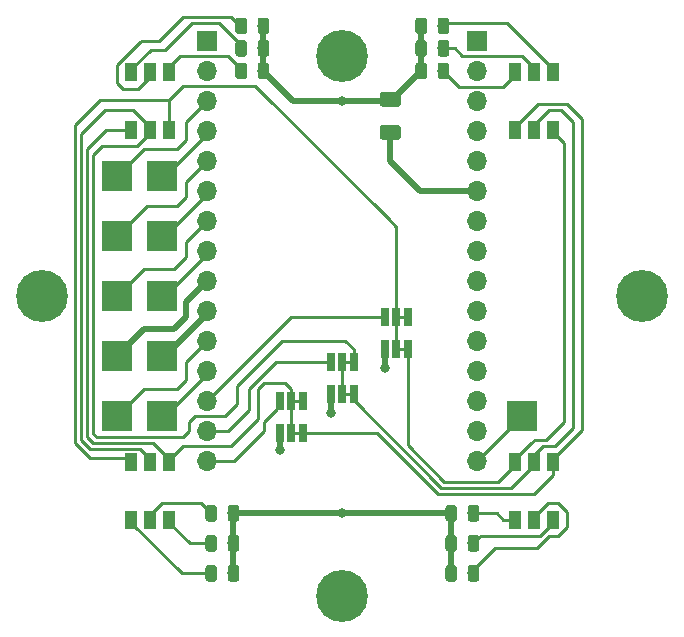
<source format=gbr>
G04 #@! TF.GenerationSoftware,KiCad,Pcbnew,5.0.2+dfsg1-1*
G04 #@! TF.CreationDate,2021-08-24T19:42:59-04:00*
G04 #@! TF.ProjectId,WIFI_RGB_PCB,57494649-5f52-4474-925f-5043422e6b69,rev?*
G04 #@! TF.SameCoordinates,Original*
G04 #@! TF.FileFunction,Copper,L1,Top*
G04 #@! TF.FilePolarity,Positive*
%FSLAX46Y46*%
G04 Gerber Fmt 4.6, Leading zero omitted, Abs format (unit mm)*
G04 Created by KiCad (PCBNEW 5.0.2+dfsg1-1) date Tue 24 Aug 2021 07:42:59 PM EDT*
%MOMM*%
%LPD*%
G01*
G04 APERTURE LIST*
G04 #@! TA.AperFunction,SMDPad,CuDef*
%ADD10R,1.000000X1.500000*%
G04 #@! TD*
G04 #@! TA.AperFunction,ComponentPad*
%ADD11C,4.400000*%
G04 #@! TD*
G04 #@! TA.AperFunction,Conductor*
%ADD12C,0.100000*%
G04 #@! TD*
G04 #@! TA.AperFunction,SMDPad,CuDef*
%ADD13C,0.975000*%
G04 #@! TD*
G04 #@! TA.AperFunction,ComponentPad*
%ADD14R,1.700000X1.700000*%
G04 #@! TD*
G04 #@! TA.AperFunction,ComponentPad*
%ADD15O,1.700000X1.700000*%
G04 #@! TD*
G04 #@! TA.AperFunction,ComponentPad*
%ADD16R,2.500000X2.500000*%
G04 #@! TD*
G04 #@! TA.AperFunction,SMDPad,CuDef*
%ADD17C,1.250000*%
G04 #@! TD*
G04 #@! TA.AperFunction,SMDPad,CuDef*
%ADD18R,0.650000X1.560000*%
G04 #@! TD*
G04 #@! TA.AperFunction,ViaPad*
%ADD19C,0.800000*%
G04 #@! TD*
G04 #@! TA.AperFunction,Conductor*
%ADD20C,0.254000*%
G04 #@! TD*
G04 #@! TA.AperFunction,Conductor*
%ADD21C,0.508000*%
G04 #@! TD*
G04 #@! TA.AperFunction,Conductor*
%ADD22C,0.250000*%
G04 #@! TD*
G04 APERTURE END LIST*
D10*
G04 #@! TO.P,D4,1*
G04 #@! TO.N,Net-(D1-Pad1)*
X111176000Y-76110000D03*
G04 #@! TO.P,D4,2*
G04 #@! TO.N,Net-(D1-Pad2)*
X112776000Y-76110000D03*
G04 #@! TO.P,D4,3*
G04 #@! TO.N,Net-(D1-Pad3)*
X114376000Y-76110000D03*
G04 #@! TO.P,D4,6*
G04 #@! TO.N,Net-(D4-Pad6)*
X111176000Y-71210000D03*
G04 #@! TO.P,D4,5*
G04 #@! TO.N,Net-(D4-Pad5)*
X112776000Y-71210000D03*
G04 #@! TO.P,D4,4*
G04 #@! TO.N,Net-(D4-Pad4)*
X114376000Y-71210000D03*
G04 #@! TD*
G04 #@! TO.P,D3,4*
G04 #@! TO.N,Net-(D3-Pad4)*
X81864000Y-71210000D03*
G04 #@! TO.P,D3,5*
G04 #@! TO.N,Net-(D3-Pad5)*
X80264000Y-71210000D03*
G04 #@! TO.P,D3,6*
G04 #@! TO.N,Net-(D3-Pad6)*
X78664000Y-71210000D03*
G04 #@! TO.P,D3,3*
G04 #@! TO.N,Net-(D1-Pad3)*
X81864000Y-76110000D03*
G04 #@! TO.P,D3,2*
G04 #@! TO.N,Net-(D1-Pad2)*
X80264000Y-76110000D03*
G04 #@! TO.P,D3,1*
G04 #@! TO.N,Net-(D1-Pad1)*
X78664000Y-76110000D03*
G04 #@! TD*
G04 #@! TO.P,D2,1*
G04 #@! TO.N,Net-(D1-Pad1)*
X114376000Y-104230000D03*
G04 #@! TO.P,D2,2*
G04 #@! TO.N,Net-(D1-Pad2)*
X112776000Y-104230000D03*
G04 #@! TO.P,D2,3*
G04 #@! TO.N,Net-(D1-Pad3)*
X111176000Y-104230000D03*
G04 #@! TO.P,D2,6*
G04 #@! TO.N,Net-(D2-Pad6)*
X114376000Y-109130000D03*
G04 #@! TO.P,D2,5*
G04 #@! TO.N,Net-(D2-Pad5)*
X112776000Y-109130000D03*
G04 #@! TO.P,D2,4*
G04 #@! TO.N,Net-(D2-Pad4)*
X111176000Y-109130000D03*
G04 #@! TD*
G04 #@! TO.P,D1,4*
G04 #@! TO.N,Net-(D1-Pad4)*
X78664000Y-109130000D03*
G04 #@! TO.P,D1,5*
G04 #@! TO.N,Net-(D1-Pad5)*
X80264000Y-109130000D03*
G04 #@! TO.P,D1,6*
G04 #@! TO.N,Net-(D1-Pad6)*
X81864000Y-109130000D03*
G04 #@! TO.P,D1,3*
G04 #@! TO.N,Net-(D1-Pad3)*
X78664000Y-104230000D03*
G04 #@! TO.P,D1,2*
G04 #@! TO.N,Net-(D1-Pad2)*
X80264000Y-104230000D03*
G04 #@! TO.P,D1,1*
G04 #@! TO.N,Net-(D1-Pad1)*
X81864000Y-104230000D03*
G04 #@! TD*
D11*
G04 #@! TO.P,H4,1*
G04 #@! TO.N,GND*
X96520000Y-115570000D03*
G04 #@! TD*
G04 #@! TO.P,H2,1*
G04 #@! TO.N,GND*
X96520000Y-69850000D03*
G04 #@! TD*
G04 #@! TO.P,H1,1*
G04 #@! TO.N,GND*
X71120000Y-90170000D03*
G04 #@! TD*
G04 #@! TO.P,H3,1*
G04 #@! TO.N,GND*
X121920000Y-90170000D03*
G04 #@! TD*
D12*
G04 #@! TO.N,Net-(D3-Pad5)*
G04 #@! TO.C,R7*
G36*
X88230142Y-66611174D02*
X88253803Y-66614684D01*
X88277007Y-66620496D01*
X88299529Y-66628554D01*
X88321153Y-66638782D01*
X88341670Y-66651079D01*
X88360883Y-66665329D01*
X88378607Y-66681393D01*
X88394671Y-66699117D01*
X88408921Y-66718330D01*
X88421218Y-66738847D01*
X88431446Y-66760471D01*
X88439504Y-66782993D01*
X88445316Y-66806197D01*
X88448826Y-66829858D01*
X88450000Y-66853750D01*
X88450000Y-67766250D01*
X88448826Y-67790142D01*
X88445316Y-67813803D01*
X88439504Y-67837007D01*
X88431446Y-67859529D01*
X88421218Y-67881153D01*
X88408921Y-67901670D01*
X88394671Y-67920883D01*
X88378607Y-67938607D01*
X88360883Y-67954671D01*
X88341670Y-67968921D01*
X88321153Y-67981218D01*
X88299529Y-67991446D01*
X88277007Y-67999504D01*
X88253803Y-68005316D01*
X88230142Y-68008826D01*
X88206250Y-68010000D01*
X87718750Y-68010000D01*
X87694858Y-68008826D01*
X87671197Y-68005316D01*
X87647993Y-67999504D01*
X87625471Y-67991446D01*
X87603847Y-67981218D01*
X87583330Y-67968921D01*
X87564117Y-67954671D01*
X87546393Y-67938607D01*
X87530329Y-67920883D01*
X87516079Y-67901670D01*
X87503782Y-67881153D01*
X87493554Y-67859529D01*
X87485496Y-67837007D01*
X87479684Y-67813803D01*
X87476174Y-67790142D01*
X87475000Y-67766250D01*
X87475000Y-66853750D01*
X87476174Y-66829858D01*
X87479684Y-66806197D01*
X87485496Y-66782993D01*
X87493554Y-66760471D01*
X87503782Y-66738847D01*
X87516079Y-66718330D01*
X87530329Y-66699117D01*
X87546393Y-66681393D01*
X87564117Y-66665329D01*
X87583330Y-66651079D01*
X87603847Y-66638782D01*
X87625471Y-66628554D01*
X87647993Y-66620496D01*
X87671197Y-66614684D01*
X87694858Y-66611174D01*
X87718750Y-66610000D01*
X88206250Y-66610000D01*
X88230142Y-66611174D01*
X88230142Y-66611174D01*
G37*
D13*
G04 #@! TD*
G04 #@! TO.P,R7,2*
G04 #@! TO.N,Net-(D3-Pad5)*
X87962500Y-67310000D03*
D12*
G04 #@! TO.N,+5V*
G04 #@! TO.C,R7*
G36*
X90105142Y-66611174D02*
X90128803Y-66614684D01*
X90152007Y-66620496D01*
X90174529Y-66628554D01*
X90196153Y-66638782D01*
X90216670Y-66651079D01*
X90235883Y-66665329D01*
X90253607Y-66681393D01*
X90269671Y-66699117D01*
X90283921Y-66718330D01*
X90296218Y-66738847D01*
X90306446Y-66760471D01*
X90314504Y-66782993D01*
X90320316Y-66806197D01*
X90323826Y-66829858D01*
X90325000Y-66853750D01*
X90325000Y-67766250D01*
X90323826Y-67790142D01*
X90320316Y-67813803D01*
X90314504Y-67837007D01*
X90306446Y-67859529D01*
X90296218Y-67881153D01*
X90283921Y-67901670D01*
X90269671Y-67920883D01*
X90253607Y-67938607D01*
X90235883Y-67954671D01*
X90216670Y-67968921D01*
X90196153Y-67981218D01*
X90174529Y-67991446D01*
X90152007Y-67999504D01*
X90128803Y-68005316D01*
X90105142Y-68008826D01*
X90081250Y-68010000D01*
X89593750Y-68010000D01*
X89569858Y-68008826D01*
X89546197Y-68005316D01*
X89522993Y-67999504D01*
X89500471Y-67991446D01*
X89478847Y-67981218D01*
X89458330Y-67968921D01*
X89439117Y-67954671D01*
X89421393Y-67938607D01*
X89405329Y-67920883D01*
X89391079Y-67901670D01*
X89378782Y-67881153D01*
X89368554Y-67859529D01*
X89360496Y-67837007D01*
X89354684Y-67813803D01*
X89351174Y-67790142D01*
X89350000Y-67766250D01*
X89350000Y-66853750D01*
X89351174Y-66829858D01*
X89354684Y-66806197D01*
X89360496Y-66782993D01*
X89368554Y-66760471D01*
X89378782Y-66738847D01*
X89391079Y-66718330D01*
X89405329Y-66699117D01*
X89421393Y-66681393D01*
X89439117Y-66665329D01*
X89458330Y-66651079D01*
X89478847Y-66638782D01*
X89500471Y-66628554D01*
X89522993Y-66620496D01*
X89546197Y-66614684D01*
X89569858Y-66611174D01*
X89593750Y-66610000D01*
X90081250Y-66610000D01*
X90105142Y-66611174D01*
X90105142Y-66611174D01*
G37*
D13*
G04 #@! TD*
G04 #@! TO.P,R7,1*
G04 #@! TO.N,+5V*
X89837500Y-67310000D03*
D12*
G04 #@! TO.N,+5V*
G04 #@! TO.C,R12*
G36*
X103470142Y-66611174D02*
X103493803Y-66614684D01*
X103517007Y-66620496D01*
X103539529Y-66628554D01*
X103561153Y-66638782D01*
X103581670Y-66651079D01*
X103600883Y-66665329D01*
X103618607Y-66681393D01*
X103634671Y-66699117D01*
X103648921Y-66718330D01*
X103661218Y-66738847D01*
X103671446Y-66760471D01*
X103679504Y-66782993D01*
X103685316Y-66806197D01*
X103688826Y-66829858D01*
X103690000Y-66853750D01*
X103690000Y-67766250D01*
X103688826Y-67790142D01*
X103685316Y-67813803D01*
X103679504Y-67837007D01*
X103671446Y-67859529D01*
X103661218Y-67881153D01*
X103648921Y-67901670D01*
X103634671Y-67920883D01*
X103618607Y-67938607D01*
X103600883Y-67954671D01*
X103581670Y-67968921D01*
X103561153Y-67981218D01*
X103539529Y-67991446D01*
X103517007Y-67999504D01*
X103493803Y-68005316D01*
X103470142Y-68008826D01*
X103446250Y-68010000D01*
X102958750Y-68010000D01*
X102934858Y-68008826D01*
X102911197Y-68005316D01*
X102887993Y-67999504D01*
X102865471Y-67991446D01*
X102843847Y-67981218D01*
X102823330Y-67968921D01*
X102804117Y-67954671D01*
X102786393Y-67938607D01*
X102770329Y-67920883D01*
X102756079Y-67901670D01*
X102743782Y-67881153D01*
X102733554Y-67859529D01*
X102725496Y-67837007D01*
X102719684Y-67813803D01*
X102716174Y-67790142D01*
X102715000Y-67766250D01*
X102715000Y-66853750D01*
X102716174Y-66829858D01*
X102719684Y-66806197D01*
X102725496Y-66782993D01*
X102733554Y-66760471D01*
X102743782Y-66738847D01*
X102756079Y-66718330D01*
X102770329Y-66699117D01*
X102786393Y-66681393D01*
X102804117Y-66665329D01*
X102823330Y-66651079D01*
X102843847Y-66638782D01*
X102865471Y-66628554D01*
X102887993Y-66620496D01*
X102911197Y-66614684D01*
X102934858Y-66611174D01*
X102958750Y-66610000D01*
X103446250Y-66610000D01*
X103470142Y-66611174D01*
X103470142Y-66611174D01*
G37*
D13*
G04 #@! TD*
G04 #@! TO.P,R12,1*
G04 #@! TO.N,+5V*
X103202500Y-67310000D03*
D12*
G04 #@! TO.N,Net-(D4-Pad4)*
G04 #@! TO.C,R12*
G36*
X105345142Y-66611174D02*
X105368803Y-66614684D01*
X105392007Y-66620496D01*
X105414529Y-66628554D01*
X105436153Y-66638782D01*
X105456670Y-66651079D01*
X105475883Y-66665329D01*
X105493607Y-66681393D01*
X105509671Y-66699117D01*
X105523921Y-66718330D01*
X105536218Y-66738847D01*
X105546446Y-66760471D01*
X105554504Y-66782993D01*
X105560316Y-66806197D01*
X105563826Y-66829858D01*
X105565000Y-66853750D01*
X105565000Y-67766250D01*
X105563826Y-67790142D01*
X105560316Y-67813803D01*
X105554504Y-67837007D01*
X105546446Y-67859529D01*
X105536218Y-67881153D01*
X105523921Y-67901670D01*
X105509671Y-67920883D01*
X105493607Y-67938607D01*
X105475883Y-67954671D01*
X105456670Y-67968921D01*
X105436153Y-67981218D01*
X105414529Y-67991446D01*
X105392007Y-67999504D01*
X105368803Y-68005316D01*
X105345142Y-68008826D01*
X105321250Y-68010000D01*
X104833750Y-68010000D01*
X104809858Y-68008826D01*
X104786197Y-68005316D01*
X104762993Y-67999504D01*
X104740471Y-67991446D01*
X104718847Y-67981218D01*
X104698330Y-67968921D01*
X104679117Y-67954671D01*
X104661393Y-67938607D01*
X104645329Y-67920883D01*
X104631079Y-67901670D01*
X104618782Y-67881153D01*
X104608554Y-67859529D01*
X104600496Y-67837007D01*
X104594684Y-67813803D01*
X104591174Y-67790142D01*
X104590000Y-67766250D01*
X104590000Y-66853750D01*
X104591174Y-66829858D01*
X104594684Y-66806197D01*
X104600496Y-66782993D01*
X104608554Y-66760471D01*
X104618782Y-66738847D01*
X104631079Y-66718330D01*
X104645329Y-66699117D01*
X104661393Y-66681393D01*
X104679117Y-66665329D01*
X104698330Y-66651079D01*
X104718847Y-66638782D01*
X104740471Y-66628554D01*
X104762993Y-66620496D01*
X104786197Y-66614684D01*
X104809858Y-66611174D01*
X104833750Y-66610000D01*
X105321250Y-66610000D01*
X105345142Y-66611174D01*
X105345142Y-66611174D01*
G37*
D13*
G04 #@! TD*
G04 #@! TO.P,R12,2*
G04 #@! TO.N,Net-(D4-Pad4)*
X105077500Y-67310000D03*
D12*
G04 #@! TO.N,Net-(D4-Pad6)*
G04 #@! TO.C,R11*
G36*
X105345142Y-70421174D02*
X105368803Y-70424684D01*
X105392007Y-70430496D01*
X105414529Y-70438554D01*
X105436153Y-70448782D01*
X105456670Y-70461079D01*
X105475883Y-70475329D01*
X105493607Y-70491393D01*
X105509671Y-70509117D01*
X105523921Y-70528330D01*
X105536218Y-70548847D01*
X105546446Y-70570471D01*
X105554504Y-70592993D01*
X105560316Y-70616197D01*
X105563826Y-70639858D01*
X105565000Y-70663750D01*
X105565000Y-71576250D01*
X105563826Y-71600142D01*
X105560316Y-71623803D01*
X105554504Y-71647007D01*
X105546446Y-71669529D01*
X105536218Y-71691153D01*
X105523921Y-71711670D01*
X105509671Y-71730883D01*
X105493607Y-71748607D01*
X105475883Y-71764671D01*
X105456670Y-71778921D01*
X105436153Y-71791218D01*
X105414529Y-71801446D01*
X105392007Y-71809504D01*
X105368803Y-71815316D01*
X105345142Y-71818826D01*
X105321250Y-71820000D01*
X104833750Y-71820000D01*
X104809858Y-71818826D01*
X104786197Y-71815316D01*
X104762993Y-71809504D01*
X104740471Y-71801446D01*
X104718847Y-71791218D01*
X104698330Y-71778921D01*
X104679117Y-71764671D01*
X104661393Y-71748607D01*
X104645329Y-71730883D01*
X104631079Y-71711670D01*
X104618782Y-71691153D01*
X104608554Y-71669529D01*
X104600496Y-71647007D01*
X104594684Y-71623803D01*
X104591174Y-71600142D01*
X104590000Y-71576250D01*
X104590000Y-70663750D01*
X104591174Y-70639858D01*
X104594684Y-70616197D01*
X104600496Y-70592993D01*
X104608554Y-70570471D01*
X104618782Y-70548847D01*
X104631079Y-70528330D01*
X104645329Y-70509117D01*
X104661393Y-70491393D01*
X104679117Y-70475329D01*
X104698330Y-70461079D01*
X104718847Y-70448782D01*
X104740471Y-70438554D01*
X104762993Y-70430496D01*
X104786197Y-70424684D01*
X104809858Y-70421174D01*
X104833750Y-70420000D01*
X105321250Y-70420000D01*
X105345142Y-70421174D01*
X105345142Y-70421174D01*
G37*
D13*
G04 #@! TD*
G04 #@! TO.P,R11,2*
G04 #@! TO.N,Net-(D4-Pad6)*
X105077500Y-71120000D03*
D12*
G04 #@! TO.N,+5V*
G04 #@! TO.C,R11*
G36*
X103470142Y-70421174D02*
X103493803Y-70424684D01*
X103517007Y-70430496D01*
X103539529Y-70438554D01*
X103561153Y-70448782D01*
X103581670Y-70461079D01*
X103600883Y-70475329D01*
X103618607Y-70491393D01*
X103634671Y-70509117D01*
X103648921Y-70528330D01*
X103661218Y-70548847D01*
X103671446Y-70570471D01*
X103679504Y-70592993D01*
X103685316Y-70616197D01*
X103688826Y-70639858D01*
X103690000Y-70663750D01*
X103690000Y-71576250D01*
X103688826Y-71600142D01*
X103685316Y-71623803D01*
X103679504Y-71647007D01*
X103671446Y-71669529D01*
X103661218Y-71691153D01*
X103648921Y-71711670D01*
X103634671Y-71730883D01*
X103618607Y-71748607D01*
X103600883Y-71764671D01*
X103581670Y-71778921D01*
X103561153Y-71791218D01*
X103539529Y-71801446D01*
X103517007Y-71809504D01*
X103493803Y-71815316D01*
X103470142Y-71818826D01*
X103446250Y-71820000D01*
X102958750Y-71820000D01*
X102934858Y-71818826D01*
X102911197Y-71815316D01*
X102887993Y-71809504D01*
X102865471Y-71801446D01*
X102843847Y-71791218D01*
X102823330Y-71778921D01*
X102804117Y-71764671D01*
X102786393Y-71748607D01*
X102770329Y-71730883D01*
X102756079Y-71711670D01*
X102743782Y-71691153D01*
X102733554Y-71669529D01*
X102725496Y-71647007D01*
X102719684Y-71623803D01*
X102716174Y-71600142D01*
X102715000Y-71576250D01*
X102715000Y-70663750D01*
X102716174Y-70639858D01*
X102719684Y-70616197D01*
X102725496Y-70592993D01*
X102733554Y-70570471D01*
X102743782Y-70548847D01*
X102756079Y-70528330D01*
X102770329Y-70509117D01*
X102786393Y-70491393D01*
X102804117Y-70475329D01*
X102823330Y-70461079D01*
X102843847Y-70448782D01*
X102865471Y-70438554D01*
X102887993Y-70430496D01*
X102911197Y-70424684D01*
X102934858Y-70421174D01*
X102958750Y-70420000D01*
X103446250Y-70420000D01*
X103470142Y-70421174D01*
X103470142Y-70421174D01*
G37*
D13*
G04 #@! TD*
G04 #@! TO.P,R11,1*
G04 #@! TO.N,+5V*
X103202500Y-71120000D03*
D12*
G04 #@! TO.N,+5V*
G04 #@! TO.C,R10*
G36*
X103470142Y-68516174D02*
X103493803Y-68519684D01*
X103517007Y-68525496D01*
X103539529Y-68533554D01*
X103561153Y-68543782D01*
X103581670Y-68556079D01*
X103600883Y-68570329D01*
X103618607Y-68586393D01*
X103634671Y-68604117D01*
X103648921Y-68623330D01*
X103661218Y-68643847D01*
X103671446Y-68665471D01*
X103679504Y-68687993D01*
X103685316Y-68711197D01*
X103688826Y-68734858D01*
X103690000Y-68758750D01*
X103690000Y-69671250D01*
X103688826Y-69695142D01*
X103685316Y-69718803D01*
X103679504Y-69742007D01*
X103671446Y-69764529D01*
X103661218Y-69786153D01*
X103648921Y-69806670D01*
X103634671Y-69825883D01*
X103618607Y-69843607D01*
X103600883Y-69859671D01*
X103581670Y-69873921D01*
X103561153Y-69886218D01*
X103539529Y-69896446D01*
X103517007Y-69904504D01*
X103493803Y-69910316D01*
X103470142Y-69913826D01*
X103446250Y-69915000D01*
X102958750Y-69915000D01*
X102934858Y-69913826D01*
X102911197Y-69910316D01*
X102887993Y-69904504D01*
X102865471Y-69896446D01*
X102843847Y-69886218D01*
X102823330Y-69873921D01*
X102804117Y-69859671D01*
X102786393Y-69843607D01*
X102770329Y-69825883D01*
X102756079Y-69806670D01*
X102743782Y-69786153D01*
X102733554Y-69764529D01*
X102725496Y-69742007D01*
X102719684Y-69718803D01*
X102716174Y-69695142D01*
X102715000Y-69671250D01*
X102715000Y-68758750D01*
X102716174Y-68734858D01*
X102719684Y-68711197D01*
X102725496Y-68687993D01*
X102733554Y-68665471D01*
X102743782Y-68643847D01*
X102756079Y-68623330D01*
X102770329Y-68604117D01*
X102786393Y-68586393D01*
X102804117Y-68570329D01*
X102823330Y-68556079D01*
X102843847Y-68543782D01*
X102865471Y-68533554D01*
X102887993Y-68525496D01*
X102911197Y-68519684D01*
X102934858Y-68516174D01*
X102958750Y-68515000D01*
X103446250Y-68515000D01*
X103470142Y-68516174D01*
X103470142Y-68516174D01*
G37*
D13*
G04 #@! TD*
G04 #@! TO.P,R10,1*
G04 #@! TO.N,+5V*
X103202500Y-69215000D03*
D12*
G04 #@! TO.N,Net-(D4-Pad5)*
G04 #@! TO.C,R10*
G36*
X105345142Y-68516174D02*
X105368803Y-68519684D01*
X105392007Y-68525496D01*
X105414529Y-68533554D01*
X105436153Y-68543782D01*
X105456670Y-68556079D01*
X105475883Y-68570329D01*
X105493607Y-68586393D01*
X105509671Y-68604117D01*
X105523921Y-68623330D01*
X105536218Y-68643847D01*
X105546446Y-68665471D01*
X105554504Y-68687993D01*
X105560316Y-68711197D01*
X105563826Y-68734858D01*
X105565000Y-68758750D01*
X105565000Y-69671250D01*
X105563826Y-69695142D01*
X105560316Y-69718803D01*
X105554504Y-69742007D01*
X105546446Y-69764529D01*
X105536218Y-69786153D01*
X105523921Y-69806670D01*
X105509671Y-69825883D01*
X105493607Y-69843607D01*
X105475883Y-69859671D01*
X105456670Y-69873921D01*
X105436153Y-69886218D01*
X105414529Y-69896446D01*
X105392007Y-69904504D01*
X105368803Y-69910316D01*
X105345142Y-69913826D01*
X105321250Y-69915000D01*
X104833750Y-69915000D01*
X104809858Y-69913826D01*
X104786197Y-69910316D01*
X104762993Y-69904504D01*
X104740471Y-69896446D01*
X104718847Y-69886218D01*
X104698330Y-69873921D01*
X104679117Y-69859671D01*
X104661393Y-69843607D01*
X104645329Y-69825883D01*
X104631079Y-69806670D01*
X104618782Y-69786153D01*
X104608554Y-69764529D01*
X104600496Y-69742007D01*
X104594684Y-69718803D01*
X104591174Y-69695142D01*
X104590000Y-69671250D01*
X104590000Y-68758750D01*
X104591174Y-68734858D01*
X104594684Y-68711197D01*
X104600496Y-68687993D01*
X104608554Y-68665471D01*
X104618782Y-68643847D01*
X104631079Y-68623330D01*
X104645329Y-68604117D01*
X104661393Y-68586393D01*
X104679117Y-68570329D01*
X104698330Y-68556079D01*
X104718847Y-68543782D01*
X104740471Y-68533554D01*
X104762993Y-68525496D01*
X104786197Y-68519684D01*
X104809858Y-68516174D01*
X104833750Y-68515000D01*
X105321250Y-68515000D01*
X105345142Y-68516174D01*
X105345142Y-68516174D01*
G37*
D13*
G04 #@! TD*
G04 #@! TO.P,R10,2*
G04 #@! TO.N,Net-(D4-Pad5)*
X105077500Y-69215000D03*
D12*
G04 #@! TO.N,Net-(D3-Pad4)*
G04 #@! TO.C,R9*
G36*
X88230142Y-70421174D02*
X88253803Y-70424684D01*
X88277007Y-70430496D01*
X88299529Y-70438554D01*
X88321153Y-70448782D01*
X88341670Y-70461079D01*
X88360883Y-70475329D01*
X88378607Y-70491393D01*
X88394671Y-70509117D01*
X88408921Y-70528330D01*
X88421218Y-70548847D01*
X88431446Y-70570471D01*
X88439504Y-70592993D01*
X88445316Y-70616197D01*
X88448826Y-70639858D01*
X88450000Y-70663750D01*
X88450000Y-71576250D01*
X88448826Y-71600142D01*
X88445316Y-71623803D01*
X88439504Y-71647007D01*
X88431446Y-71669529D01*
X88421218Y-71691153D01*
X88408921Y-71711670D01*
X88394671Y-71730883D01*
X88378607Y-71748607D01*
X88360883Y-71764671D01*
X88341670Y-71778921D01*
X88321153Y-71791218D01*
X88299529Y-71801446D01*
X88277007Y-71809504D01*
X88253803Y-71815316D01*
X88230142Y-71818826D01*
X88206250Y-71820000D01*
X87718750Y-71820000D01*
X87694858Y-71818826D01*
X87671197Y-71815316D01*
X87647993Y-71809504D01*
X87625471Y-71801446D01*
X87603847Y-71791218D01*
X87583330Y-71778921D01*
X87564117Y-71764671D01*
X87546393Y-71748607D01*
X87530329Y-71730883D01*
X87516079Y-71711670D01*
X87503782Y-71691153D01*
X87493554Y-71669529D01*
X87485496Y-71647007D01*
X87479684Y-71623803D01*
X87476174Y-71600142D01*
X87475000Y-71576250D01*
X87475000Y-70663750D01*
X87476174Y-70639858D01*
X87479684Y-70616197D01*
X87485496Y-70592993D01*
X87493554Y-70570471D01*
X87503782Y-70548847D01*
X87516079Y-70528330D01*
X87530329Y-70509117D01*
X87546393Y-70491393D01*
X87564117Y-70475329D01*
X87583330Y-70461079D01*
X87603847Y-70448782D01*
X87625471Y-70438554D01*
X87647993Y-70430496D01*
X87671197Y-70424684D01*
X87694858Y-70421174D01*
X87718750Y-70420000D01*
X88206250Y-70420000D01*
X88230142Y-70421174D01*
X88230142Y-70421174D01*
G37*
D13*
G04 #@! TD*
G04 #@! TO.P,R9,2*
G04 #@! TO.N,Net-(D3-Pad4)*
X87962500Y-71120000D03*
D12*
G04 #@! TO.N,+5V*
G04 #@! TO.C,R9*
G36*
X90105142Y-70421174D02*
X90128803Y-70424684D01*
X90152007Y-70430496D01*
X90174529Y-70438554D01*
X90196153Y-70448782D01*
X90216670Y-70461079D01*
X90235883Y-70475329D01*
X90253607Y-70491393D01*
X90269671Y-70509117D01*
X90283921Y-70528330D01*
X90296218Y-70548847D01*
X90306446Y-70570471D01*
X90314504Y-70592993D01*
X90320316Y-70616197D01*
X90323826Y-70639858D01*
X90325000Y-70663750D01*
X90325000Y-71576250D01*
X90323826Y-71600142D01*
X90320316Y-71623803D01*
X90314504Y-71647007D01*
X90306446Y-71669529D01*
X90296218Y-71691153D01*
X90283921Y-71711670D01*
X90269671Y-71730883D01*
X90253607Y-71748607D01*
X90235883Y-71764671D01*
X90216670Y-71778921D01*
X90196153Y-71791218D01*
X90174529Y-71801446D01*
X90152007Y-71809504D01*
X90128803Y-71815316D01*
X90105142Y-71818826D01*
X90081250Y-71820000D01*
X89593750Y-71820000D01*
X89569858Y-71818826D01*
X89546197Y-71815316D01*
X89522993Y-71809504D01*
X89500471Y-71801446D01*
X89478847Y-71791218D01*
X89458330Y-71778921D01*
X89439117Y-71764671D01*
X89421393Y-71748607D01*
X89405329Y-71730883D01*
X89391079Y-71711670D01*
X89378782Y-71691153D01*
X89368554Y-71669529D01*
X89360496Y-71647007D01*
X89354684Y-71623803D01*
X89351174Y-71600142D01*
X89350000Y-71576250D01*
X89350000Y-70663750D01*
X89351174Y-70639858D01*
X89354684Y-70616197D01*
X89360496Y-70592993D01*
X89368554Y-70570471D01*
X89378782Y-70548847D01*
X89391079Y-70528330D01*
X89405329Y-70509117D01*
X89421393Y-70491393D01*
X89439117Y-70475329D01*
X89458330Y-70461079D01*
X89478847Y-70448782D01*
X89500471Y-70438554D01*
X89522993Y-70430496D01*
X89546197Y-70424684D01*
X89569858Y-70421174D01*
X89593750Y-70420000D01*
X90081250Y-70420000D01*
X90105142Y-70421174D01*
X90105142Y-70421174D01*
G37*
D13*
G04 #@! TD*
G04 #@! TO.P,R9,1*
G04 #@! TO.N,+5V*
X89837500Y-71120000D03*
D12*
G04 #@! TO.N,+5V*
G04 #@! TO.C,R6*
G36*
X106010142Y-107886174D02*
X106033803Y-107889684D01*
X106057007Y-107895496D01*
X106079529Y-107903554D01*
X106101153Y-107913782D01*
X106121670Y-107926079D01*
X106140883Y-107940329D01*
X106158607Y-107956393D01*
X106174671Y-107974117D01*
X106188921Y-107993330D01*
X106201218Y-108013847D01*
X106211446Y-108035471D01*
X106219504Y-108057993D01*
X106225316Y-108081197D01*
X106228826Y-108104858D01*
X106230000Y-108128750D01*
X106230000Y-109041250D01*
X106228826Y-109065142D01*
X106225316Y-109088803D01*
X106219504Y-109112007D01*
X106211446Y-109134529D01*
X106201218Y-109156153D01*
X106188921Y-109176670D01*
X106174671Y-109195883D01*
X106158607Y-109213607D01*
X106140883Y-109229671D01*
X106121670Y-109243921D01*
X106101153Y-109256218D01*
X106079529Y-109266446D01*
X106057007Y-109274504D01*
X106033803Y-109280316D01*
X106010142Y-109283826D01*
X105986250Y-109285000D01*
X105498750Y-109285000D01*
X105474858Y-109283826D01*
X105451197Y-109280316D01*
X105427993Y-109274504D01*
X105405471Y-109266446D01*
X105383847Y-109256218D01*
X105363330Y-109243921D01*
X105344117Y-109229671D01*
X105326393Y-109213607D01*
X105310329Y-109195883D01*
X105296079Y-109176670D01*
X105283782Y-109156153D01*
X105273554Y-109134529D01*
X105265496Y-109112007D01*
X105259684Y-109088803D01*
X105256174Y-109065142D01*
X105255000Y-109041250D01*
X105255000Y-108128750D01*
X105256174Y-108104858D01*
X105259684Y-108081197D01*
X105265496Y-108057993D01*
X105273554Y-108035471D01*
X105283782Y-108013847D01*
X105296079Y-107993330D01*
X105310329Y-107974117D01*
X105326393Y-107956393D01*
X105344117Y-107940329D01*
X105363330Y-107926079D01*
X105383847Y-107913782D01*
X105405471Y-107903554D01*
X105427993Y-107895496D01*
X105451197Y-107889684D01*
X105474858Y-107886174D01*
X105498750Y-107885000D01*
X105986250Y-107885000D01*
X106010142Y-107886174D01*
X106010142Y-107886174D01*
G37*
D13*
G04 #@! TD*
G04 #@! TO.P,R6,1*
G04 #@! TO.N,+5V*
X105742500Y-108585000D03*
D12*
G04 #@! TO.N,Net-(D2-Pad4)*
G04 #@! TO.C,R6*
G36*
X107885142Y-107886174D02*
X107908803Y-107889684D01*
X107932007Y-107895496D01*
X107954529Y-107903554D01*
X107976153Y-107913782D01*
X107996670Y-107926079D01*
X108015883Y-107940329D01*
X108033607Y-107956393D01*
X108049671Y-107974117D01*
X108063921Y-107993330D01*
X108076218Y-108013847D01*
X108086446Y-108035471D01*
X108094504Y-108057993D01*
X108100316Y-108081197D01*
X108103826Y-108104858D01*
X108105000Y-108128750D01*
X108105000Y-109041250D01*
X108103826Y-109065142D01*
X108100316Y-109088803D01*
X108094504Y-109112007D01*
X108086446Y-109134529D01*
X108076218Y-109156153D01*
X108063921Y-109176670D01*
X108049671Y-109195883D01*
X108033607Y-109213607D01*
X108015883Y-109229671D01*
X107996670Y-109243921D01*
X107976153Y-109256218D01*
X107954529Y-109266446D01*
X107932007Y-109274504D01*
X107908803Y-109280316D01*
X107885142Y-109283826D01*
X107861250Y-109285000D01*
X107373750Y-109285000D01*
X107349858Y-109283826D01*
X107326197Y-109280316D01*
X107302993Y-109274504D01*
X107280471Y-109266446D01*
X107258847Y-109256218D01*
X107238330Y-109243921D01*
X107219117Y-109229671D01*
X107201393Y-109213607D01*
X107185329Y-109195883D01*
X107171079Y-109176670D01*
X107158782Y-109156153D01*
X107148554Y-109134529D01*
X107140496Y-109112007D01*
X107134684Y-109088803D01*
X107131174Y-109065142D01*
X107130000Y-109041250D01*
X107130000Y-108128750D01*
X107131174Y-108104858D01*
X107134684Y-108081197D01*
X107140496Y-108057993D01*
X107148554Y-108035471D01*
X107158782Y-108013847D01*
X107171079Y-107993330D01*
X107185329Y-107974117D01*
X107201393Y-107956393D01*
X107219117Y-107940329D01*
X107238330Y-107926079D01*
X107258847Y-107913782D01*
X107280471Y-107903554D01*
X107302993Y-107895496D01*
X107326197Y-107889684D01*
X107349858Y-107886174D01*
X107373750Y-107885000D01*
X107861250Y-107885000D01*
X107885142Y-107886174D01*
X107885142Y-107886174D01*
G37*
D13*
G04 #@! TD*
G04 #@! TO.P,R6,2*
G04 #@! TO.N,Net-(D2-Pad4)*
X107617500Y-108585000D03*
D12*
G04 #@! TO.N,Net-(D2-Pad6)*
G04 #@! TO.C,R5*
G36*
X107885142Y-110426174D02*
X107908803Y-110429684D01*
X107932007Y-110435496D01*
X107954529Y-110443554D01*
X107976153Y-110453782D01*
X107996670Y-110466079D01*
X108015883Y-110480329D01*
X108033607Y-110496393D01*
X108049671Y-110514117D01*
X108063921Y-110533330D01*
X108076218Y-110553847D01*
X108086446Y-110575471D01*
X108094504Y-110597993D01*
X108100316Y-110621197D01*
X108103826Y-110644858D01*
X108105000Y-110668750D01*
X108105000Y-111581250D01*
X108103826Y-111605142D01*
X108100316Y-111628803D01*
X108094504Y-111652007D01*
X108086446Y-111674529D01*
X108076218Y-111696153D01*
X108063921Y-111716670D01*
X108049671Y-111735883D01*
X108033607Y-111753607D01*
X108015883Y-111769671D01*
X107996670Y-111783921D01*
X107976153Y-111796218D01*
X107954529Y-111806446D01*
X107932007Y-111814504D01*
X107908803Y-111820316D01*
X107885142Y-111823826D01*
X107861250Y-111825000D01*
X107373750Y-111825000D01*
X107349858Y-111823826D01*
X107326197Y-111820316D01*
X107302993Y-111814504D01*
X107280471Y-111806446D01*
X107258847Y-111796218D01*
X107238330Y-111783921D01*
X107219117Y-111769671D01*
X107201393Y-111753607D01*
X107185329Y-111735883D01*
X107171079Y-111716670D01*
X107158782Y-111696153D01*
X107148554Y-111674529D01*
X107140496Y-111652007D01*
X107134684Y-111628803D01*
X107131174Y-111605142D01*
X107130000Y-111581250D01*
X107130000Y-110668750D01*
X107131174Y-110644858D01*
X107134684Y-110621197D01*
X107140496Y-110597993D01*
X107148554Y-110575471D01*
X107158782Y-110553847D01*
X107171079Y-110533330D01*
X107185329Y-110514117D01*
X107201393Y-110496393D01*
X107219117Y-110480329D01*
X107238330Y-110466079D01*
X107258847Y-110453782D01*
X107280471Y-110443554D01*
X107302993Y-110435496D01*
X107326197Y-110429684D01*
X107349858Y-110426174D01*
X107373750Y-110425000D01*
X107861250Y-110425000D01*
X107885142Y-110426174D01*
X107885142Y-110426174D01*
G37*
D13*
G04 #@! TD*
G04 #@! TO.P,R5,2*
G04 #@! TO.N,Net-(D2-Pad6)*
X107617500Y-111125000D03*
D12*
G04 #@! TO.N,+5V*
G04 #@! TO.C,R5*
G36*
X106010142Y-110426174D02*
X106033803Y-110429684D01*
X106057007Y-110435496D01*
X106079529Y-110443554D01*
X106101153Y-110453782D01*
X106121670Y-110466079D01*
X106140883Y-110480329D01*
X106158607Y-110496393D01*
X106174671Y-110514117D01*
X106188921Y-110533330D01*
X106201218Y-110553847D01*
X106211446Y-110575471D01*
X106219504Y-110597993D01*
X106225316Y-110621197D01*
X106228826Y-110644858D01*
X106230000Y-110668750D01*
X106230000Y-111581250D01*
X106228826Y-111605142D01*
X106225316Y-111628803D01*
X106219504Y-111652007D01*
X106211446Y-111674529D01*
X106201218Y-111696153D01*
X106188921Y-111716670D01*
X106174671Y-111735883D01*
X106158607Y-111753607D01*
X106140883Y-111769671D01*
X106121670Y-111783921D01*
X106101153Y-111796218D01*
X106079529Y-111806446D01*
X106057007Y-111814504D01*
X106033803Y-111820316D01*
X106010142Y-111823826D01*
X105986250Y-111825000D01*
X105498750Y-111825000D01*
X105474858Y-111823826D01*
X105451197Y-111820316D01*
X105427993Y-111814504D01*
X105405471Y-111806446D01*
X105383847Y-111796218D01*
X105363330Y-111783921D01*
X105344117Y-111769671D01*
X105326393Y-111753607D01*
X105310329Y-111735883D01*
X105296079Y-111716670D01*
X105283782Y-111696153D01*
X105273554Y-111674529D01*
X105265496Y-111652007D01*
X105259684Y-111628803D01*
X105256174Y-111605142D01*
X105255000Y-111581250D01*
X105255000Y-110668750D01*
X105256174Y-110644858D01*
X105259684Y-110621197D01*
X105265496Y-110597993D01*
X105273554Y-110575471D01*
X105283782Y-110553847D01*
X105296079Y-110533330D01*
X105310329Y-110514117D01*
X105326393Y-110496393D01*
X105344117Y-110480329D01*
X105363330Y-110466079D01*
X105383847Y-110453782D01*
X105405471Y-110443554D01*
X105427993Y-110435496D01*
X105451197Y-110429684D01*
X105474858Y-110426174D01*
X105498750Y-110425000D01*
X105986250Y-110425000D01*
X106010142Y-110426174D01*
X106010142Y-110426174D01*
G37*
D13*
G04 #@! TD*
G04 #@! TO.P,R5,1*
G04 #@! TO.N,+5V*
X105742500Y-111125000D03*
D12*
G04 #@! TO.N,+5V*
G04 #@! TO.C,R4*
G36*
X106010142Y-112966174D02*
X106033803Y-112969684D01*
X106057007Y-112975496D01*
X106079529Y-112983554D01*
X106101153Y-112993782D01*
X106121670Y-113006079D01*
X106140883Y-113020329D01*
X106158607Y-113036393D01*
X106174671Y-113054117D01*
X106188921Y-113073330D01*
X106201218Y-113093847D01*
X106211446Y-113115471D01*
X106219504Y-113137993D01*
X106225316Y-113161197D01*
X106228826Y-113184858D01*
X106230000Y-113208750D01*
X106230000Y-114121250D01*
X106228826Y-114145142D01*
X106225316Y-114168803D01*
X106219504Y-114192007D01*
X106211446Y-114214529D01*
X106201218Y-114236153D01*
X106188921Y-114256670D01*
X106174671Y-114275883D01*
X106158607Y-114293607D01*
X106140883Y-114309671D01*
X106121670Y-114323921D01*
X106101153Y-114336218D01*
X106079529Y-114346446D01*
X106057007Y-114354504D01*
X106033803Y-114360316D01*
X106010142Y-114363826D01*
X105986250Y-114365000D01*
X105498750Y-114365000D01*
X105474858Y-114363826D01*
X105451197Y-114360316D01*
X105427993Y-114354504D01*
X105405471Y-114346446D01*
X105383847Y-114336218D01*
X105363330Y-114323921D01*
X105344117Y-114309671D01*
X105326393Y-114293607D01*
X105310329Y-114275883D01*
X105296079Y-114256670D01*
X105283782Y-114236153D01*
X105273554Y-114214529D01*
X105265496Y-114192007D01*
X105259684Y-114168803D01*
X105256174Y-114145142D01*
X105255000Y-114121250D01*
X105255000Y-113208750D01*
X105256174Y-113184858D01*
X105259684Y-113161197D01*
X105265496Y-113137993D01*
X105273554Y-113115471D01*
X105283782Y-113093847D01*
X105296079Y-113073330D01*
X105310329Y-113054117D01*
X105326393Y-113036393D01*
X105344117Y-113020329D01*
X105363330Y-113006079D01*
X105383847Y-112993782D01*
X105405471Y-112983554D01*
X105427993Y-112975496D01*
X105451197Y-112969684D01*
X105474858Y-112966174D01*
X105498750Y-112965000D01*
X105986250Y-112965000D01*
X106010142Y-112966174D01*
X106010142Y-112966174D01*
G37*
D13*
G04 #@! TD*
G04 #@! TO.P,R4,1*
G04 #@! TO.N,+5V*
X105742500Y-113665000D03*
D12*
G04 #@! TO.N,Net-(D2-Pad5)*
G04 #@! TO.C,R4*
G36*
X107885142Y-112966174D02*
X107908803Y-112969684D01*
X107932007Y-112975496D01*
X107954529Y-112983554D01*
X107976153Y-112993782D01*
X107996670Y-113006079D01*
X108015883Y-113020329D01*
X108033607Y-113036393D01*
X108049671Y-113054117D01*
X108063921Y-113073330D01*
X108076218Y-113093847D01*
X108086446Y-113115471D01*
X108094504Y-113137993D01*
X108100316Y-113161197D01*
X108103826Y-113184858D01*
X108105000Y-113208750D01*
X108105000Y-114121250D01*
X108103826Y-114145142D01*
X108100316Y-114168803D01*
X108094504Y-114192007D01*
X108086446Y-114214529D01*
X108076218Y-114236153D01*
X108063921Y-114256670D01*
X108049671Y-114275883D01*
X108033607Y-114293607D01*
X108015883Y-114309671D01*
X107996670Y-114323921D01*
X107976153Y-114336218D01*
X107954529Y-114346446D01*
X107932007Y-114354504D01*
X107908803Y-114360316D01*
X107885142Y-114363826D01*
X107861250Y-114365000D01*
X107373750Y-114365000D01*
X107349858Y-114363826D01*
X107326197Y-114360316D01*
X107302993Y-114354504D01*
X107280471Y-114346446D01*
X107258847Y-114336218D01*
X107238330Y-114323921D01*
X107219117Y-114309671D01*
X107201393Y-114293607D01*
X107185329Y-114275883D01*
X107171079Y-114256670D01*
X107158782Y-114236153D01*
X107148554Y-114214529D01*
X107140496Y-114192007D01*
X107134684Y-114168803D01*
X107131174Y-114145142D01*
X107130000Y-114121250D01*
X107130000Y-113208750D01*
X107131174Y-113184858D01*
X107134684Y-113161197D01*
X107140496Y-113137993D01*
X107148554Y-113115471D01*
X107158782Y-113093847D01*
X107171079Y-113073330D01*
X107185329Y-113054117D01*
X107201393Y-113036393D01*
X107219117Y-113020329D01*
X107238330Y-113006079D01*
X107258847Y-112993782D01*
X107280471Y-112983554D01*
X107302993Y-112975496D01*
X107326197Y-112969684D01*
X107349858Y-112966174D01*
X107373750Y-112965000D01*
X107861250Y-112965000D01*
X107885142Y-112966174D01*
X107885142Y-112966174D01*
G37*
D13*
G04 #@! TD*
G04 #@! TO.P,R4,2*
G04 #@! TO.N,Net-(D2-Pad5)*
X107617500Y-113665000D03*
D12*
G04 #@! TO.N,Net-(D1-Pad4)*
G04 #@! TO.C,R3*
G36*
X85690142Y-112966174D02*
X85713803Y-112969684D01*
X85737007Y-112975496D01*
X85759529Y-112983554D01*
X85781153Y-112993782D01*
X85801670Y-113006079D01*
X85820883Y-113020329D01*
X85838607Y-113036393D01*
X85854671Y-113054117D01*
X85868921Y-113073330D01*
X85881218Y-113093847D01*
X85891446Y-113115471D01*
X85899504Y-113137993D01*
X85905316Y-113161197D01*
X85908826Y-113184858D01*
X85910000Y-113208750D01*
X85910000Y-114121250D01*
X85908826Y-114145142D01*
X85905316Y-114168803D01*
X85899504Y-114192007D01*
X85891446Y-114214529D01*
X85881218Y-114236153D01*
X85868921Y-114256670D01*
X85854671Y-114275883D01*
X85838607Y-114293607D01*
X85820883Y-114309671D01*
X85801670Y-114323921D01*
X85781153Y-114336218D01*
X85759529Y-114346446D01*
X85737007Y-114354504D01*
X85713803Y-114360316D01*
X85690142Y-114363826D01*
X85666250Y-114365000D01*
X85178750Y-114365000D01*
X85154858Y-114363826D01*
X85131197Y-114360316D01*
X85107993Y-114354504D01*
X85085471Y-114346446D01*
X85063847Y-114336218D01*
X85043330Y-114323921D01*
X85024117Y-114309671D01*
X85006393Y-114293607D01*
X84990329Y-114275883D01*
X84976079Y-114256670D01*
X84963782Y-114236153D01*
X84953554Y-114214529D01*
X84945496Y-114192007D01*
X84939684Y-114168803D01*
X84936174Y-114145142D01*
X84935000Y-114121250D01*
X84935000Y-113208750D01*
X84936174Y-113184858D01*
X84939684Y-113161197D01*
X84945496Y-113137993D01*
X84953554Y-113115471D01*
X84963782Y-113093847D01*
X84976079Y-113073330D01*
X84990329Y-113054117D01*
X85006393Y-113036393D01*
X85024117Y-113020329D01*
X85043330Y-113006079D01*
X85063847Y-112993782D01*
X85085471Y-112983554D01*
X85107993Y-112975496D01*
X85131197Y-112969684D01*
X85154858Y-112966174D01*
X85178750Y-112965000D01*
X85666250Y-112965000D01*
X85690142Y-112966174D01*
X85690142Y-112966174D01*
G37*
D13*
G04 #@! TD*
G04 #@! TO.P,R3,2*
G04 #@! TO.N,Net-(D1-Pad4)*
X85422500Y-113665000D03*
D12*
G04 #@! TO.N,+5V*
G04 #@! TO.C,R3*
G36*
X87565142Y-112966174D02*
X87588803Y-112969684D01*
X87612007Y-112975496D01*
X87634529Y-112983554D01*
X87656153Y-112993782D01*
X87676670Y-113006079D01*
X87695883Y-113020329D01*
X87713607Y-113036393D01*
X87729671Y-113054117D01*
X87743921Y-113073330D01*
X87756218Y-113093847D01*
X87766446Y-113115471D01*
X87774504Y-113137993D01*
X87780316Y-113161197D01*
X87783826Y-113184858D01*
X87785000Y-113208750D01*
X87785000Y-114121250D01*
X87783826Y-114145142D01*
X87780316Y-114168803D01*
X87774504Y-114192007D01*
X87766446Y-114214529D01*
X87756218Y-114236153D01*
X87743921Y-114256670D01*
X87729671Y-114275883D01*
X87713607Y-114293607D01*
X87695883Y-114309671D01*
X87676670Y-114323921D01*
X87656153Y-114336218D01*
X87634529Y-114346446D01*
X87612007Y-114354504D01*
X87588803Y-114360316D01*
X87565142Y-114363826D01*
X87541250Y-114365000D01*
X87053750Y-114365000D01*
X87029858Y-114363826D01*
X87006197Y-114360316D01*
X86982993Y-114354504D01*
X86960471Y-114346446D01*
X86938847Y-114336218D01*
X86918330Y-114323921D01*
X86899117Y-114309671D01*
X86881393Y-114293607D01*
X86865329Y-114275883D01*
X86851079Y-114256670D01*
X86838782Y-114236153D01*
X86828554Y-114214529D01*
X86820496Y-114192007D01*
X86814684Y-114168803D01*
X86811174Y-114145142D01*
X86810000Y-114121250D01*
X86810000Y-113208750D01*
X86811174Y-113184858D01*
X86814684Y-113161197D01*
X86820496Y-113137993D01*
X86828554Y-113115471D01*
X86838782Y-113093847D01*
X86851079Y-113073330D01*
X86865329Y-113054117D01*
X86881393Y-113036393D01*
X86899117Y-113020329D01*
X86918330Y-113006079D01*
X86938847Y-112993782D01*
X86960471Y-112983554D01*
X86982993Y-112975496D01*
X87006197Y-112969684D01*
X87029858Y-112966174D01*
X87053750Y-112965000D01*
X87541250Y-112965000D01*
X87565142Y-112966174D01*
X87565142Y-112966174D01*
G37*
D13*
G04 #@! TD*
G04 #@! TO.P,R3,1*
G04 #@! TO.N,+5V*
X87297500Y-113665000D03*
D12*
G04 #@! TO.N,+5V*
G04 #@! TO.C,R2*
G36*
X87565142Y-110426174D02*
X87588803Y-110429684D01*
X87612007Y-110435496D01*
X87634529Y-110443554D01*
X87656153Y-110453782D01*
X87676670Y-110466079D01*
X87695883Y-110480329D01*
X87713607Y-110496393D01*
X87729671Y-110514117D01*
X87743921Y-110533330D01*
X87756218Y-110553847D01*
X87766446Y-110575471D01*
X87774504Y-110597993D01*
X87780316Y-110621197D01*
X87783826Y-110644858D01*
X87785000Y-110668750D01*
X87785000Y-111581250D01*
X87783826Y-111605142D01*
X87780316Y-111628803D01*
X87774504Y-111652007D01*
X87766446Y-111674529D01*
X87756218Y-111696153D01*
X87743921Y-111716670D01*
X87729671Y-111735883D01*
X87713607Y-111753607D01*
X87695883Y-111769671D01*
X87676670Y-111783921D01*
X87656153Y-111796218D01*
X87634529Y-111806446D01*
X87612007Y-111814504D01*
X87588803Y-111820316D01*
X87565142Y-111823826D01*
X87541250Y-111825000D01*
X87053750Y-111825000D01*
X87029858Y-111823826D01*
X87006197Y-111820316D01*
X86982993Y-111814504D01*
X86960471Y-111806446D01*
X86938847Y-111796218D01*
X86918330Y-111783921D01*
X86899117Y-111769671D01*
X86881393Y-111753607D01*
X86865329Y-111735883D01*
X86851079Y-111716670D01*
X86838782Y-111696153D01*
X86828554Y-111674529D01*
X86820496Y-111652007D01*
X86814684Y-111628803D01*
X86811174Y-111605142D01*
X86810000Y-111581250D01*
X86810000Y-110668750D01*
X86811174Y-110644858D01*
X86814684Y-110621197D01*
X86820496Y-110597993D01*
X86828554Y-110575471D01*
X86838782Y-110553847D01*
X86851079Y-110533330D01*
X86865329Y-110514117D01*
X86881393Y-110496393D01*
X86899117Y-110480329D01*
X86918330Y-110466079D01*
X86938847Y-110453782D01*
X86960471Y-110443554D01*
X86982993Y-110435496D01*
X87006197Y-110429684D01*
X87029858Y-110426174D01*
X87053750Y-110425000D01*
X87541250Y-110425000D01*
X87565142Y-110426174D01*
X87565142Y-110426174D01*
G37*
D13*
G04 #@! TD*
G04 #@! TO.P,R2,1*
G04 #@! TO.N,+5V*
X87297500Y-111125000D03*
D12*
G04 #@! TO.N,Net-(D1-Pad6)*
G04 #@! TO.C,R2*
G36*
X85690142Y-110426174D02*
X85713803Y-110429684D01*
X85737007Y-110435496D01*
X85759529Y-110443554D01*
X85781153Y-110453782D01*
X85801670Y-110466079D01*
X85820883Y-110480329D01*
X85838607Y-110496393D01*
X85854671Y-110514117D01*
X85868921Y-110533330D01*
X85881218Y-110553847D01*
X85891446Y-110575471D01*
X85899504Y-110597993D01*
X85905316Y-110621197D01*
X85908826Y-110644858D01*
X85910000Y-110668750D01*
X85910000Y-111581250D01*
X85908826Y-111605142D01*
X85905316Y-111628803D01*
X85899504Y-111652007D01*
X85891446Y-111674529D01*
X85881218Y-111696153D01*
X85868921Y-111716670D01*
X85854671Y-111735883D01*
X85838607Y-111753607D01*
X85820883Y-111769671D01*
X85801670Y-111783921D01*
X85781153Y-111796218D01*
X85759529Y-111806446D01*
X85737007Y-111814504D01*
X85713803Y-111820316D01*
X85690142Y-111823826D01*
X85666250Y-111825000D01*
X85178750Y-111825000D01*
X85154858Y-111823826D01*
X85131197Y-111820316D01*
X85107993Y-111814504D01*
X85085471Y-111806446D01*
X85063847Y-111796218D01*
X85043330Y-111783921D01*
X85024117Y-111769671D01*
X85006393Y-111753607D01*
X84990329Y-111735883D01*
X84976079Y-111716670D01*
X84963782Y-111696153D01*
X84953554Y-111674529D01*
X84945496Y-111652007D01*
X84939684Y-111628803D01*
X84936174Y-111605142D01*
X84935000Y-111581250D01*
X84935000Y-110668750D01*
X84936174Y-110644858D01*
X84939684Y-110621197D01*
X84945496Y-110597993D01*
X84953554Y-110575471D01*
X84963782Y-110553847D01*
X84976079Y-110533330D01*
X84990329Y-110514117D01*
X85006393Y-110496393D01*
X85024117Y-110480329D01*
X85043330Y-110466079D01*
X85063847Y-110453782D01*
X85085471Y-110443554D01*
X85107993Y-110435496D01*
X85131197Y-110429684D01*
X85154858Y-110426174D01*
X85178750Y-110425000D01*
X85666250Y-110425000D01*
X85690142Y-110426174D01*
X85690142Y-110426174D01*
G37*
D13*
G04 #@! TD*
G04 #@! TO.P,R2,2*
G04 #@! TO.N,Net-(D1-Pad6)*
X85422500Y-111125000D03*
D12*
G04 #@! TO.N,Net-(D1-Pad5)*
G04 #@! TO.C,R1*
G36*
X85690142Y-107886174D02*
X85713803Y-107889684D01*
X85737007Y-107895496D01*
X85759529Y-107903554D01*
X85781153Y-107913782D01*
X85801670Y-107926079D01*
X85820883Y-107940329D01*
X85838607Y-107956393D01*
X85854671Y-107974117D01*
X85868921Y-107993330D01*
X85881218Y-108013847D01*
X85891446Y-108035471D01*
X85899504Y-108057993D01*
X85905316Y-108081197D01*
X85908826Y-108104858D01*
X85910000Y-108128750D01*
X85910000Y-109041250D01*
X85908826Y-109065142D01*
X85905316Y-109088803D01*
X85899504Y-109112007D01*
X85891446Y-109134529D01*
X85881218Y-109156153D01*
X85868921Y-109176670D01*
X85854671Y-109195883D01*
X85838607Y-109213607D01*
X85820883Y-109229671D01*
X85801670Y-109243921D01*
X85781153Y-109256218D01*
X85759529Y-109266446D01*
X85737007Y-109274504D01*
X85713803Y-109280316D01*
X85690142Y-109283826D01*
X85666250Y-109285000D01*
X85178750Y-109285000D01*
X85154858Y-109283826D01*
X85131197Y-109280316D01*
X85107993Y-109274504D01*
X85085471Y-109266446D01*
X85063847Y-109256218D01*
X85043330Y-109243921D01*
X85024117Y-109229671D01*
X85006393Y-109213607D01*
X84990329Y-109195883D01*
X84976079Y-109176670D01*
X84963782Y-109156153D01*
X84953554Y-109134529D01*
X84945496Y-109112007D01*
X84939684Y-109088803D01*
X84936174Y-109065142D01*
X84935000Y-109041250D01*
X84935000Y-108128750D01*
X84936174Y-108104858D01*
X84939684Y-108081197D01*
X84945496Y-108057993D01*
X84953554Y-108035471D01*
X84963782Y-108013847D01*
X84976079Y-107993330D01*
X84990329Y-107974117D01*
X85006393Y-107956393D01*
X85024117Y-107940329D01*
X85043330Y-107926079D01*
X85063847Y-107913782D01*
X85085471Y-107903554D01*
X85107993Y-107895496D01*
X85131197Y-107889684D01*
X85154858Y-107886174D01*
X85178750Y-107885000D01*
X85666250Y-107885000D01*
X85690142Y-107886174D01*
X85690142Y-107886174D01*
G37*
D13*
G04 #@! TD*
G04 #@! TO.P,R1,2*
G04 #@! TO.N,Net-(D1-Pad5)*
X85422500Y-108585000D03*
D12*
G04 #@! TO.N,+5V*
G04 #@! TO.C,R1*
G36*
X87565142Y-107886174D02*
X87588803Y-107889684D01*
X87612007Y-107895496D01*
X87634529Y-107903554D01*
X87656153Y-107913782D01*
X87676670Y-107926079D01*
X87695883Y-107940329D01*
X87713607Y-107956393D01*
X87729671Y-107974117D01*
X87743921Y-107993330D01*
X87756218Y-108013847D01*
X87766446Y-108035471D01*
X87774504Y-108057993D01*
X87780316Y-108081197D01*
X87783826Y-108104858D01*
X87785000Y-108128750D01*
X87785000Y-109041250D01*
X87783826Y-109065142D01*
X87780316Y-109088803D01*
X87774504Y-109112007D01*
X87766446Y-109134529D01*
X87756218Y-109156153D01*
X87743921Y-109176670D01*
X87729671Y-109195883D01*
X87713607Y-109213607D01*
X87695883Y-109229671D01*
X87676670Y-109243921D01*
X87656153Y-109256218D01*
X87634529Y-109266446D01*
X87612007Y-109274504D01*
X87588803Y-109280316D01*
X87565142Y-109283826D01*
X87541250Y-109285000D01*
X87053750Y-109285000D01*
X87029858Y-109283826D01*
X87006197Y-109280316D01*
X86982993Y-109274504D01*
X86960471Y-109266446D01*
X86938847Y-109256218D01*
X86918330Y-109243921D01*
X86899117Y-109229671D01*
X86881393Y-109213607D01*
X86865329Y-109195883D01*
X86851079Y-109176670D01*
X86838782Y-109156153D01*
X86828554Y-109134529D01*
X86820496Y-109112007D01*
X86814684Y-109088803D01*
X86811174Y-109065142D01*
X86810000Y-109041250D01*
X86810000Y-108128750D01*
X86811174Y-108104858D01*
X86814684Y-108081197D01*
X86820496Y-108057993D01*
X86828554Y-108035471D01*
X86838782Y-108013847D01*
X86851079Y-107993330D01*
X86865329Y-107974117D01*
X86881393Y-107956393D01*
X86899117Y-107940329D01*
X86918330Y-107926079D01*
X86938847Y-107913782D01*
X86960471Y-107903554D01*
X86982993Y-107895496D01*
X87006197Y-107889684D01*
X87029858Y-107886174D01*
X87053750Y-107885000D01*
X87541250Y-107885000D01*
X87565142Y-107886174D01*
X87565142Y-107886174D01*
G37*
D13*
G04 #@! TD*
G04 #@! TO.P,R1,1*
G04 #@! TO.N,+5V*
X87297500Y-108585000D03*
D12*
G04 #@! TO.N,+5V*
G04 #@! TO.C,R8*
G36*
X90105142Y-68516174D02*
X90128803Y-68519684D01*
X90152007Y-68525496D01*
X90174529Y-68533554D01*
X90196153Y-68543782D01*
X90216670Y-68556079D01*
X90235883Y-68570329D01*
X90253607Y-68586393D01*
X90269671Y-68604117D01*
X90283921Y-68623330D01*
X90296218Y-68643847D01*
X90306446Y-68665471D01*
X90314504Y-68687993D01*
X90320316Y-68711197D01*
X90323826Y-68734858D01*
X90325000Y-68758750D01*
X90325000Y-69671250D01*
X90323826Y-69695142D01*
X90320316Y-69718803D01*
X90314504Y-69742007D01*
X90306446Y-69764529D01*
X90296218Y-69786153D01*
X90283921Y-69806670D01*
X90269671Y-69825883D01*
X90253607Y-69843607D01*
X90235883Y-69859671D01*
X90216670Y-69873921D01*
X90196153Y-69886218D01*
X90174529Y-69896446D01*
X90152007Y-69904504D01*
X90128803Y-69910316D01*
X90105142Y-69913826D01*
X90081250Y-69915000D01*
X89593750Y-69915000D01*
X89569858Y-69913826D01*
X89546197Y-69910316D01*
X89522993Y-69904504D01*
X89500471Y-69896446D01*
X89478847Y-69886218D01*
X89458330Y-69873921D01*
X89439117Y-69859671D01*
X89421393Y-69843607D01*
X89405329Y-69825883D01*
X89391079Y-69806670D01*
X89378782Y-69786153D01*
X89368554Y-69764529D01*
X89360496Y-69742007D01*
X89354684Y-69718803D01*
X89351174Y-69695142D01*
X89350000Y-69671250D01*
X89350000Y-68758750D01*
X89351174Y-68734858D01*
X89354684Y-68711197D01*
X89360496Y-68687993D01*
X89368554Y-68665471D01*
X89378782Y-68643847D01*
X89391079Y-68623330D01*
X89405329Y-68604117D01*
X89421393Y-68586393D01*
X89439117Y-68570329D01*
X89458330Y-68556079D01*
X89478847Y-68543782D01*
X89500471Y-68533554D01*
X89522993Y-68525496D01*
X89546197Y-68519684D01*
X89569858Y-68516174D01*
X89593750Y-68515000D01*
X90081250Y-68515000D01*
X90105142Y-68516174D01*
X90105142Y-68516174D01*
G37*
D13*
G04 #@! TD*
G04 #@! TO.P,R8,1*
G04 #@! TO.N,+5V*
X89837500Y-69215000D03*
D12*
G04 #@! TO.N,Net-(D3-Pad6)*
G04 #@! TO.C,R8*
G36*
X88230142Y-68516174D02*
X88253803Y-68519684D01*
X88277007Y-68525496D01*
X88299529Y-68533554D01*
X88321153Y-68543782D01*
X88341670Y-68556079D01*
X88360883Y-68570329D01*
X88378607Y-68586393D01*
X88394671Y-68604117D01*
X88408921Y-68623330D01*
X88421218Y-68643847D01*
X88431446Y-68665471D01*
X88439504Y-68687993D01*
X88445316Y-68711197D01*
X88448826Y-68734858D01*
X88450000Y-68758750D01*
X88450000Y-69671250D01*
X88448826Y-69695142D01*
X88445316Y-69718803D01*
X88439504Y-69742007D01*
X88431446Y-69764529D01*
X88421218Y-69786153D01*
X88408921Y-69806670D01*
X88394671Y-69825883D01*
X88378607Y-69843607D01*
X88360883Y-69859671D01*
X88341670Y-69873921D01*
X88321153Y-69886218D01*
X88299529Y-69896446D01*
X88277007Y-69904504D01*
X88253803Y-69910316D01*
X88230142Y-69913826D01*
X88206250Y-69915000D01*
X87718750Y-69915000D01*
X87694858Y-69913826D01*
X87671197Y-69910316D01*
X87647993Y-69904504D01*
X87625471Y-69896446D01*
X87603847Y-69886218D01*
X87583330Y-69873921D01*
X87564117Y-69859671D01*
X87546393Y-69843607D01*
X87530329Y-69825883D01*
X87516079Y-69806670D01*
X87503782Y-69786153D01*
X87493554Y-69764529D01*
X87485496Y-69742007D01*
X87479684Y-69718803D01*
X87476174Y-69695142D01*
X87475000Y-69671250D01*
X87475000Y-68758750D01*
X87476174Y-68734858D01*
X87479684Y-68711197D01*
X87485496Y-68687993D01*
X87493554Y-68665471D01*
X87503782Y-68643847D01*
X87516079Y-68623330D01*
X87530329Y-68604117D01*
X87546393Y-68586393D01*
X87564117Y-68570329D01*
X87583330Y-68556079D01*
X87603847Y-68543782D01*
X87625471Y-68533554D01*
X87647993Y-68525496D01*
X87671197Y-68519684D01*
X87694858Y-68516174D01*
X87718750Y-68515000D01*
X88206250Y-68515000D01*
X88230142Y-68516174D01*
X88230142Y-68516174D01*
G37*
D13*
G04 #@! TD*
G04 #@! TO.P,R8,2*
G04 #@! TO.N,Net-(D3-Pad6)*
X87962500Y-69215000D03*
D14*
G04 #@! TO.P,J2,1*
G04 #@! TO.N,Net-(J2-Pad1)*
X85090000Y-68580000D03*
D15*
G04 #@! TO.P,J2,2*
G04 #@! TO.N,GND*
X85090000Y-71120000D03*
G04 #@! TO.P,J2,3*
G04 #@! TO.N,/TX*
X85090000Y-73660000D03*
G04 #@! TO.P,J2,4*
G04 #@! TO.N,/RX*
X85090000Y-76200000D03*
G04 #@! TO.P,J2,5*
G04 #@! TO.N,/D8*
X85090000Y-78740000D03*
G04 #@! TO.P,J2,6*
G04 #@! TO.N,/D7*
X85090000Y-81280000D03*
G04 #@! TO.P,J2,7*
G04 #@! TO.N,/D6*
X85090000Y-83820000D03*
G04 #@! TO.P,J2,8*
G04 #@! TO.N,/D5*
X85090000Y-86360000D03*
G04 #@! TO.P,J2,9*
G04 #@! TO.N,GND*
X85090000Y-88900000D03*
G04 #@! TO.P,J2,10*
G04 #@! TO.N,/3V3*
X85090000Y-91440000D03*
G04 #@! TO.P,J2,11*
G04 #@! TO.N,/D4*
X85090000Y-93980000D03*
G04 #@! TO.P,J2,12*
G04 #@! TO.N,/D3*
X85090000Y-96520000D03*
G04 #@! TO.P,J2,13*
G04 #@! TO.N,/D2*
X85090000Y-99060000D03*
G04 #@! TO.P,J2,14*
G04 #@! TO.N,/D1*
X85090000Y-101600000D03*
G04 #@! TO.P,J2,15*
G04 #@! TO.N,/D0*
X85090000Y-104140000D03*
G04 #@! TD*
D16*
G04 #@! TO.P,TP1,1*
G04 #@! TO.N,/ADC0*
X111760000Y-100330000D03*
G04 #@! TD*
G04 #@! TO.P,TP2,1*
G04 #@! TO.N,/D3*
X81280000Y-100330000D03*
G04 #@! TD*
G04 #@! TO.P,TP3,1*
G04 #@! TO.N,/D4*
X77470000Y-100330000D03*
G04 #@! TD*
G04 #@! TO.P,TP4,1*
G04 #@! TO.N,/3V3*
X81280000Y-95250000D03*
G04 #@! TD*
G04 #@! TO.P,TP5,1*
G04 #@! TO.N,GND*
X77470000Y-95250000D03*
G04 #@! TD*
G04 #@! TO.P,TP6,1*
G04 #@! TO.N,/D5*
X81280000Y-90170000D03*
G04 #@! TD*
G04 #@! TO.P,TP7,1*
G04 #@! TO.N,/D6*
X77470000Y-90170000D03*
G04 #@! TD*
G04 #@! TO.P,TP9,1*
G04 #@! TO.N,/D8*
X77470000Y-85090000D03*
G04 #@! TD*
G04 #@! TO.P,TP10,1*
G04 #@! TO.N,/RX*
X81280000Y-80010000D03*
G04 #@! TD*
G04 #@! TO.P,TP11,1*
G04 #@! TO.N,/TX*
X77470000Y-80010000D03*
G04 #@! TD*
G04 #@! TO.P,TP8,1*
G04 #@! TO.N,/D7*
X81280000Y-85090000D03*
G04 #@! TD*
D12*
G04 #@! TO.N,+5V*
G04 #@! TO.C,C1*
G36*
X101233504Y-72906204D02*
X101257773Y-72909804D01*
X101281571Y-72915765D01*
X101304671Y-72924030D01*
X101326849Y-72934520D01*
X101347893Y-72947133D01*
X101367598Y-72961747D01*
X101385777Y-72978223D01*
X101402253Y-72996402D01*
X101416867Y-73016107D01*
X101429480Y-73037151D01*
X101439970Y-73059329D01*
X101448235Y-73082429D01*
X101454196Y-73106227D01*
X101457796Y-73130496D01*
X101459000Y-73155000D01*
X101459000Y-73905000D01*
X101457796Y-73929504D01*
X101454196Y-73953773D01*
X101448235Y-73977571D01*
X101439970Y-74000671D01*
X101429480Y-74022849D01*
X101416867Y-74043893D01*
X101402253Y-74063598D01*
X101385777Y-74081777D01*
X101367598Y-74098253D01*
X101347893Y-74112867D01*
X101326849Y-74125480D01*
X101304671Y-74135970D01*
X101281571Y-74144235D01*
X101257773Y-74150196D01*
X101233504Y-74153796D01*
X101209000Y-74155000D01*
X99959000Y-74155000D01*
X99934496Y-74153796D01*
X99910227Y-74150196D01*
X99886429Y-74144235D01*
X99863329Y-74135970D01*
X99841151Y-74125480D01*
X99820107Y-74112867D01*
X99800402Y-74098253D01*
X99782223Y-74081777D01*
X99765747Y-74063598D01*
X99751133Y-74043893D01*
X99738520Y-74022849D01*
X99728030Y-74000671D01*
X99719765Y-73977571D01*
X99713804Y-73953773D01*
X99710204Y-73929504D01*
X99709000Y-73905000D01*
X99709000Y-73155000D01*
X99710204Y-73130496D01*
X99713804Y-73106227D01*
X99719765Y-73082429D01*
X99728030Y-73059329D01*
X99738520Y-73037151D01*
X99751133Y-73016107D01*
X99765747Y-72996402D01*
X99782223Y-72978223D01*
X99800402Y-72961747D01*
X99820107Y-72947133D01*
X99841151Y-72934520D01*
X99863329Y-72924030D01*
X99886429Y-72915765D01*
X99910227Y-72909804D01*
X99934496Y-72906204D01*
X99959000Y-72905000D01*
X101209000Y-72905000D01*
X101233504Y-72906204D01*
X101233504Y-72906204D01*
G37*
D17*
G04 #@! TD*
G04 #@! TO.P,C1,1*
G04 #@! TO.N,+5V*
X100584000Y-73530000D03*
D12*
G04 #@! TO.N,GND*
G04 #@! TO.C,C1*
G36*
X101233504Y-75706204D02*
X101257773Y-75709804D01*
X101281571Y-75715765D01*
X101304671Y-75724030D01*
X101326849Y-75734520D01*
X101347893Y-75747133D01*
X101367598Y-75761747D01*
X101385777Y-75778223D01*
X101402253Y-75796402D01*
X101416867Y-75816107D01*
X101429480Y-75837151D01*
X101439970Y-75859329D01*
X101448235Y-75882429D01*
X101454196Y-75906227D01*
X101457796Y-75930496D01*
X101459000Y-75955000D01*
X101459000Y-76705000D01*
X101457796Y-76729504D01*
X101454196Y-76753773D01*
X101448235Y-76777571D01*
X101439970Y-76800671D01*
X101429480Y-76822849D01*
X101416867Y-76843893D01*
X101402253Y-76863598D01*
X101385777Y-76881777D01*
X101367598Y-76898253D01*
X101347893Y-76912867D01*
X101326849Y-76925480D01*
X101304671Y-76935970D01*
X101281571Y-76944235D01*
X101257773Y-76950196D01*
X101233504Y-76953796D01*
X101209000Y-76955000D01*
X99959000Y-76955000D01*
X99934496Y-76953796D01*
X99910227Y-76950196D01*
X99886429Y-76944235D01*
X99863329Y-76935970D01*
X99841151Y-76925480D01*
X99820107Y-76912867D01*
X99800402Y-76898253D01*
X99782223Y-76881777D01*
X99765747Y-76863598D01*
X99751133Y-76843893D01*
X99738520Y-76822849D01*
X99728030Y-76800671D01*
X99719765Y-76777571D01*
X99713804Y-76753773D01*
X99710204Y-76729504D01*
X99709000Y-76705000D01*
X99709000Y-75955000D01*
X99710204Y-75930496D01*
X99713804Y-75906227D01*
X99719765Y-75882429D01*
X99728030Y-75859329D01*
X99738520Y-75837151D01*
X99751133Y-75816107D01*
X99765747Y-75796402D01*
X99782223Y-75778223D01*
X99800402Y-75761747D01*
X99820107Y-75747133D01*
X99841151Y-75734520D01*
X99863329Y-75724030D01*
X99886429Y-75715765D01*
X99910227Y-75709804D01*
X99934496Y-75706204D01*
X99959000Y-75705000D01*
X101209000Y-75705000D01*
X101233504Y-75706204D01*
X101233504Y-75706204D01*
G37*
D17*
G04 #@! TD*
G04 #@! TO.P,C1,2*
G04 #@! TO.N,GND*
X100584000Y-76330000D03*
D15*
G04 #@! TO.P,J1,15*
G04 #@! TO.N,/ADC0*
X107950000Y-104140000D03*
G04 #@! TO.P,J1,14*
G04 #@! TO.N,Net-(J1-Pad14)*
X107950000Y-101600000D03*
G04 #@! TO.P,J1,13*
G04 #@! TO.N,Net-(J1-Pad13)*
X107950000Y-99060000D03*
G04 #@! TO.P,J1,12*
G04 #@! TO.N,Net-(J1-Pad12)*
X107950000Y-96520000D03*
G04 #@! TO.P,J1,11*
G04 #@! TO.N,Net-(J1-Pad11)*
X107950000Y-93980000D03*
G04 #@! TO.P,J1,10*
G04 #@! TO.N,Net-(J1-Pad10)*
X107950000Y-91440000D03*
G04 #@! TO.P,J1,9*
G04 #@! TO.N,Net-(J1-Pad9)*
X107950000Y-88900000D03*
G04 #@! TO.P,J1,8*
G04 #@! TO.N,Net-(J1-Pad8)*
X107950000Y-86360000D03*
G04 #@! TO.P,J1,7*
G04 #@! TO.N,Net-(J1-Pad7)*
X107950000Y-83820000D03*
G04 #@! TO.P,J1,6*
G04 #@! TO.N,GND*
X107950000Y-81280000D03*
G04 #@! TO.P,J1,5*
G04 #@! TO.N,Net-(J1-Pad5)*
X107950000Y-78740000D03*
G04 #@! TO.P,J1,4*
G04 #@! TO.N,Net-(J1-Pad4)*
X107950000Y-76200000D03*
G04 #@! TO.P,J1,3*
G04 #@! TO.N,Net-(J1-Pad3)*
X107950000Y-73660000D03*
G04 #@! TO.P,J1,2*
G04 #@! TO.N,GND*
X107950000Y-71120000D03*
D14*
G04 #@! TO.P,J1,1*
G04 #@! TO.N,+5V*
X107950000Y-68580000D03*
G04 #@! TD*
D18*
G04 #@! TO.P,Q1,1*
G04 #@! TO.N,Net-(D1-Pad1)*
X93152000Y-99060000D03*
G04 #@! TO.P,Q1,2*
X92202000Y-99060000D03*
G04 #@! TO.P,Q1,3*
G04 #@! TO.N,/D0*
X91252000Y-99060000D03*
G04 #@! TO.P,Q1,4*
G04 #@! TO.N,GND*
X91252000Y-101760000D03*
G04 #@! TO.P,Q1,6*
G04 #@! TO.N,Net-(D1-Pad1)*
X93152000Y-101760000D03*
G04 #@! TO.P,Q1,5*
X92202000Y-101760000D03*
G04 #@! TD*
G04 #@! TO.P,Q2,5*
G04 #@! TO.N,Net-(D1-Pad2)*
X96520000Y-98505000D03*
G04 #@! TO.P,Q2,6*
X97470000Y-98505000D03*
G04 #@! TO.P,Q2,4*
G04 #@! TO.N,GND*
X95570000Y-98505000D03*
G04 #@! TO.P,Q2,3*
G04 #@! TO.N,/D1*
X95570000Y-95805000D03*
G04 #@! TO.P,Q2,2*
G04 #@! TO.N,Net-(D1-Pad2)*
X96520000Y-95805000D03*
G04 #@! TO.P,Q2,1*
X97470000Y-95805000D03*
G04 #@! TD*
G04 #@! TO.P,Q3,1*
G04 #@! TO.N,Net-(D1-Pad3)*
X102042000Y-91995000D03*
G04 #@! TO.P,Q3,2*
X101092000Y-91995000D03*
G04 #@! TO.P,Q3,3*
G04 #@! TO.N,/D2*
X100142000Y-91995000D03*
G04 #@! TO.P,Q3,4*
G04 #@! TO.N,GND*
X100142000Y-94695000D03*
G04 #@! TO.P,Q3,6*
G04 #@! TO.N,Net-(D1-Pad3)*
X102042000Y-94695000D03*
G04 #@! TO.P,Q3,5*
X101092000Y-94695000D03*
G04 #@! TD*
D19*
G04 #@! TO.N,GND*
X95570000Y-100076000D03*
X100142000Y-96266004D03*
X91252005Y-103184991D03*
G04 #@! TO.N,+5V*
X96520000Y-108585000D03*
X96520000Y-73660000D03*
G04 #@! TD*
D20*
G04 #@! TO.N,/D7*
X85090000Y-81510000D02*
X85090000Y-81280000D01*
X81510000Y-85090000D02*
X85090000Y-81510000D01*
G04 #@! TO.N,/TX*
X79756000Y-77724000D02*
X77470000Y-80010000D01*
X82550000Y-77724000D02*
X79756000Y-77724000D01*
X77470000Y-80010000D02*
X76708000Y-80010000D01*
X83312000Y-76962000D02*
X82550000Y-77724000D01*
X85090000Y-73660000D02*
X83312000Y-75438000D01*
X83312000Y-75438000D02*
X83312000Y-76962000D01*
G04 #@! TO.N,/RX*
X85090000Y-76430000D02*
X85090000Y-76200000D01*
X81510000Y-80010000D02*
X85090000Y-76430000D01*
G04 #@! TO.N,/D8*
X77470000Y-85090000D02*
X76708000Y-85090000D01*
X80010000Y-82550000D02*
X77470000Y-85090000D01*
X82550000Y-82550000D02*
X80010000Y-82550000D01*
X83312000Y-81788000D02*
X82550000Y-82550000D01*
X85090000Y-78740000D02*
X83312000Y-80518000D01*
X83312000Y-80518000D02*
X83312000Y-81788000D01*
G04 #@! TO.N,/D6*
X77470000Y-90170000D02*
X76708000Y-90170000D01*
X79756000Y-87884000D02*
X77470000Y-90170000D01*
X83312000Y-86868000D02*
X82296000Y-87884000D01*
X82296000Y-87884000D02*
X79756000Y-87884000D01*
X85090000Y-83820000D02*
X83312000Y-85598000D01*
X83312000Y-85598000D02*
X83312000Y-86868000D01*
G04 #@! TO.N,/D5*
X85090000Y-86590000D02*
X85090000Y-86360000D01*
X81510000Y-90170000D02*
X85090000Y-86590000D01*
D21*
G04 #@! TO.N,GND*
X108080000Y-71250000D02*
X107950000Y-71120000D01*
X95570000Y-98505000D02*
X95570000Y-100076000D01*
X100142000Y-94695000D02*
X100142000Y-96266004D01*
X91252000Y-103184986D02*
X91252005Y-103184991D01*
X91252000Y-101760000D02*
X91252000Y-103184986D01*
X100584000Y-78740000D02*
X100584000Y-76330000D01*
X107950000Y-81280000D02*
X103124000Y-81280000D01*
X103124000Y-81280000D02*
X100584000Y-78740000D01*
X77470000Y-95250000D02*
X76708000Y-95250000D01*
X82296000Y-92964000D02*
X79756000Y-92964000D01*
X83312000Y-91948000D02*
X82296000Y-92964000D01*
X85090000Y-88900000D02*
X83312000Y-90678000D01*
X79756000Y-92964000D02*
X77470000Y-95250000D01*
X83312000Y-90678000D02*
X83312000Y-91948000D01*
G04 #@! TO.N,/3V3*
X85090000Y-91670000D02*
X85090000Y-91440000D01*
X81510000Y-95250000D02*
X85090000Y-91670000D01*
D20*
G04 #@! TO.N,/D4*
X77470000Y-100330000D02*
X76708000Y-100330000D01*
X79756000Y-98044000D02*
X77470000Y-100330000D01*
X82550000Y-98044000D02*
X79756000Y-98044000D01*
X83312000Y-97282000D02*
X82550000Y-98044000D01*
X85090000Y-93980000D02*
X83312000Y-95758000D01*
X83312000Y-95758000D02*
X83312000Y-97282000D01*
G04 #@! TO.N,/D3*
X85090000Y-96750000D02*
X85090000Y-96520000D01*
X81510000Y-100330000D02*
X85090000Y-96750000D01*
G04 #@! TO.N,/ADC0*
X107950000Y-104140000D02*
X111760000Y-100330000D01*
D21*
G04 #@! TO.N,+5V*
X87297500Y-113665000D02*
X87297500Y-108585000D01*
X105742500Y-113665000D02*
X105742500Y-108585000D01*
X108080000Y-68450000D02*
X107950000Y-68580000D01*
X103202500Y-71120000D02*
X103202500Y-67310000D01*
X89837500Y-67310000D02*
X89837500Y-71120000D01*
X87297500Y-108585000D02*
X96520000Y-108585000D01*
X96520000Y-108585000D02*
X105742500Y-108585000D01*
X100662500Y-73660000D02*
X103202500Y-71120000D01*
X89837500Y-71120000D02*
X92377500Y-73660000D01*
X92377500Y-73660000D02*
X96520000Y-73660000D01*
X96520000Y-73660000D02*
X100662500Y-73660000D01*
D20*
G04 #@! TO.N,Net-(D3-Pad5)*
X87122000Y-66548000D02*
X87884000Y-67310000D01*
X83058000Y-66548000D02*
X87122000Y-66548000D01*
X81026000Y-68580000D02*
X83058000Y-66548000D01*
X79539362Y-68580000D02*
X81026000Y-68580000D01*
X79394357Y-68687643D02*
X79539362Y-68580000D01*
X80264000Y-71628000D02*
X79248000Y-72644000D01*
X79248000Y-72644000D02*
X77978000Y-72644000D01*
X77470000Y-70612000D02*
X79394357Y-68687643D01*
X80264000Y-71210000D02*
X80264000Y-71628000D01*
X77978000Y-72644000D02*
X77470000Y-72136000D01*
X87884000Y-67310000D02*
X87962500Y-67310000D01*
X77470000Y-72136000D02*
X77470000Y-70612000D01*
G04 #@! TO.N,Net-(D1-Pad6)*
X85422500Y-111125000D02*
X85422500Y-111076500D01*
X81864000Y-109380000D02*
X81864000Y-109130000D01*
X83609000Y-111125000D02*
X81864000Y-109380000D01*
X85422500Y-111125000D02*
X83609000Y-111125000D01*
G04 #@! TO.N,Net-(D1-Pad5)*
X85422500Y-108585000D02*
X85295500Y-108458000D01*
X80264000Y-108712000D02*
X80264000Y-109130000D01*
X81280000Y-107696000D02*
X80264000Y-108712000D01*
X85422500Y-108585000D02*
X84533500Y-107696000D01*
X84533500Y-107696000D02*
X81280000Y-107696000D01*
G04 #@! TO.N,Net-(D1-Pad4)*
X84835000Y-113665000D02*
X85422500Y-113665000D01*
X78664000Y-109380000D02*
X82949000Y-113665000D01*
X82949000Y-113665000D02*
X84835000Y-113665000D01*
X78664000Y-109130000D02*
X78664000Y-109380000D01*
G04 #@! TO.N,Net-(D2-Pad6)*
X114376000Y-109380000D02*
X114376000Y-109130000D01*
X113266000Y-110490000D02*
X114376000Y-109380000D01*
X108252500Y-110490000D02*
X113266000Y-110490000D01*
X107617500Y-111125000D02*
X108252500Y-110490000D01*
G04 #@! TO.N,Net-(D2-Pad5)*
X109220000Y-111760000D02*
X107617500Y-113362500D01*
X113030000Y-111506000D02*
X109474000Y-111506000D01*
X109474000Y-111506000D02*
X109220000Y-111760000D01*
X114046000Y-110490000D02*
X113030000Y-111506000D01*
X114808000Y-110490000D02*
X114046000Y-110490000D01*
X112776000Y-109130000D02*
X112776000Y-108880000D01*
X112776000Y-108880000D02*
X113960000Y-107696000D01*
X113960000Y-107696000D02*
X114786362Y-107696000D01*
X114786362Y-107696000D02*
X115570000Y-108479638D01*
X115570000Y-108479638D02*
X115570000Y-109728000D01*
X115570000Y-109728000D02*
X114808000Y-110490000D01*
G04 #@! TO.N,Net-(D2-Pad4)*
X107617500Y-108585000D02*
X107744500Y-108458000D01*
X111176000Y-109130000D02*
X110146000Y-109130000D01*
X109601000Y-108585000D02*
X107617500Y-108585000D01*
X110146000Y-109130000D02*
X109601000Y-108585000D01*
G04 #@! TO.N,Net-(D3-Pad4)*
X87962500Y-70944500D02*
X87962500Y-71120000D01*
X82804000Y-69850000D02*
X86868000Y-69850000D01*
X86868000Y-69850000D02*
X87962500Y-70944500D01*
X81864000Y-71210000D02*
X81864000Y-70790000D01*
X81864000Y-70790000D02*
X82804000Y-69850000D01*
G04 #@! TO.N,Net-(D4-Pad6)*
X111176000Y-71450000D02*
X111176000Y-71210000D01*
X110146201Y-72479799D02*
X111176000Y-71450000D01*
X105077500Y-71120000D02*
X106437299Y-72479799D01*
X106437299Y-72479799D02*
X110146201Y-72479799D01*
G04 #@! TO.N,Net-(D4-Pad5)*
X106680000Y-69850000D02*
X106045000Y-69215000D01*
X111760000Y-69850000D02*
X106680000Y-69850000D01*
X106045000Y-69215000D02*
X105077500Y-69215000D01*
X112776000Y-71210000D02*
X112776000Y-70866000D01*
X112776000Y-70866000D02*
X111760000Y-69850000D01*
G04 #@! TO.N,Net-(D4-Pad4)*
X105331500Y-67056000D02*
X105077500Y-67310000D01*
X114376000Y-70942000D02*
X110490000Y-67056000D01*
X114376000Y-71210000D02*
X114376000Y-70942000D01*
X110490000Y-67056000D02*
X109220000Y-67056000D01*
X109474000Y-67056000D02*
X109220000Y-67056000D01*
X109220000Y-67056000D02*
X105331500Y-67056000D01*
G04 #@! TO.N,Net-(D3-Pad6)*
X87962500Y-68912500D02*
X87962500Y-69215000D01*
X78664000Y-70960000D02*
X80282000Y-69342000D01*
X80282000Y-69342000D02*
X81534000Y-69342000D01*
X81534000Y-69342000D02*
X83820000Y-67056000D01*
X78664000Y-71210000D02*
X78664000Y-70960000D01*
X83820000Y-67056000D02*
X86106000Y-67056000D01*
X86106000Y-67056000D02*
X87962500Y-68912500D01*
G04 #@! TO.N,Net-(D1-Pad1)*
X93152000Y-99060000D02*
X92202000Y-99060000D01*
X92202000Y-101760000D02*
X92202000Y-99060000D01*
X93152000Y-101760000D02*
X92202000Y-101760000D01*
X78664000Y-76110000D02*
X76544000Y-76110000D01*
X76544000Y-76110000D02*
X74930000Y-77724000D01*
X74930000Y-82042000D02*
X74930000Y-78740000D01*
X74930000Y-77724000D02*
X74930000Y-78740000D01*
D22*
X74930000Y-100584000D02*
X74930000Y-101346000D01*
X74930000Y-82047441D02*
X74930000Y-100584000D01*
D20*
X80500000Y-102616000D02*
X75438000Y-102616000D01*
X74930000Y-102108000D02*
X74930000Y-100584000D01*
X81864000Y-104230000D02*
X81864000Y-103980000D01*
X81864000Y-103980000D02*
X80500000Y-102616000D01*
X75438000Y-102616000D02*
X74930000Y-102108000D01*
X114376000Y-105334000D02*
X114376000Y-104230000D01*
X112776000Y-106934000D02*
X114376000Y-105334000D01*
X104648000Y-106934000D02*
X112776000Y-106934000D01*
X93152000Y-101760000D02*
X99474000Y-101760000D01*
X99474000Y-101760000D02*
X104648000Y-106934000D01*
X111176000Y-76110000D02*
X111176000Y-75860000D01*
X111176000Y-75860000D02*
X113122000Y-73914000D01*
X114376000Y-103980000D02*
X114376000Y-104230000D01*
X115570000Y-73914000D02*
X116840000Y-75184000D01*
X113122000Y-73914000D02*
X115570000Y-73914000D01*
X116840000Y-75184000D02*
X116840000Y-101516000D01*
X116840000Y-101516000D02*
X114376000Y-103980000D01*
X89916000Y-97536000D02*
X91694000Y-97536000D01*
X81864000Y-104064000D02*
X83058000Y-102870000D01*
X81864000Y-104230000D02*
X81864000Y-104064000D01*
X83058000Y-102870000D02*
X87122000Y-102870000D01*
X89408000Y-100584000D02*
X89408000Y-98044000D01*
X87122000Y-102870000D02*
X89408000Y-100584000D01*
X92202000Y-98044000D02*
X92202000Y-99060000D01*
X91694000Y-97536000D02*
X92202000Y-98044000D01*
X89408000Y-98044000D02*
X89916000Y-97536000D01*
G04 #@! TO.N,Net-(D1-Pad2)*
X97470000Y-98505000D02*
X96520000Y-98505000D01*
X96520000Y-97475000D02*
X96520000Y-95805000D01*
X96520000Y-98505000D02*
X96520000Y-97475000D01*
X96520000Y-95805000D02*
X97470000Y-95805000D01*
X97470000Y-98994000D02*
X97470000Y-98505000D01*
X104902000Y-106426000D02*
X97470000Y-98994000D01*
D22*
X75438000Y-101346000D02*
X75438000Y-79883000D01*
D20*
X110830000Y-106426000D02*
X109982000Y-106426000D01*
X112776000Y-104480000D02*
X110830000Y-106426000D01*
X112776000Y-104230000D02*
X112776000Y-104480000D01*
X109982000Y-106426000D02*
X104902000Y-106426000D01*
X78826000Y-74422000D02*
X80264000Y-75860000D01*
X76454000Y-74422000D02*
X78826000Y-74422000D01*
X80264000Y-75860000D02*
X80264000Y-76110000D01*
X74422000Y-76454000D02*
X76454000Y-74422000D01*
X80264000Y-104230000D02*
X80264000Y-104480000D01*
D22*
X74422000Y-76454000D02*
X74422000Y-101092000D01*
D20*
X79408000Y-103124000D02*
X75184000Y-103124000D01*
X75184000Y-103124000D02*
X74422000Y-102362000D01*
X80264000Y-104230000D02*
X80264000Y-103980000D01*
X80264000Y-103980000D02*
X79408000Y-103124000D01*
X74422000Y-102362000D02*
X74422000Y-101092000D01*
X112776000Y-103632000D02*
X112776000Y-104230000D01*
X112776000Y-75692000D02*
X114046000Y-74422000D01*
X112776000Y-76110000D02*
X112776000Y-75692000D01*
X114046000Y-74422000D02*
X115062000Y-74422000D01*
X116078000Y-75438000D02*
X116078000Y-101346000D01*
X116078000Y-101346000D02*
X114554000Y-102870000D01*
X113538000Y-102870000D02*
X112776000Y-103632000D01*
X114554000Y-102870000D02*
X113538000Y-102870000D01*
X115062000Y-74422000D02*
X116078000Y-75438000D01*
X76200000Y-77470000D02*
X75438000Y-78232000D01*
X75438000Y-78232000D02*
X75438000Y-79883000D01*
X79154000Y-77470000D02*
X76200000Y-77470000D01*
X80264000Y-76110000D02*
X80264000Y-76360000D01*
X80264000Y-76360000D02*
X79154000Y-77470000D01*
X83566000Y-101600000D02*
X83007211Y-102158789D01*
X84074000Y-100330000D02*
X83566000Y-100838000D01*
X83566000Y-100838000D02*
X83566000Y-101600000D01*
X86614000Y-100330000D02*
X84074000Y-100330000D01*
X97470000Y-94676000D02*
X96774000Y-93980000D01*
X75438000Y-101854000D02*
X75438000Y-101346000D01*
X96774000Y-93980000D02*
X91440000Y-93980000D01*
X97470000Y-95805000D02*
X97470000Y-94676000D01*
X75742789Y-102158789D02*
X75438000Y-101854000D01*
X87630000Y-97790000D02*
X87630000Y-99314000D01*
X91440000Y-93980000D02*
X87630000Y-97790000D01*
X83007211Y-102158789D02*
X75742789Y-102158789D01*
X87630000Y-99314000D02*
X86614000Y-100330000D01*
G04 #@! TO.N,Net-(D1-Pad3)*
X78400000Y-103886000D02*
X78740000Y-104226000D01*
X102042000Y-91995000D02*
X101100010Y-91995000D01*
X102042000Y-94695000D02*
X101092000Y-94695000D01*
X101100010Y-92181400D02*
X101100010Y-91995000D01*
X101092000Y-92189410D02*
X101100010Y-92181400D01*
X101092000Y-94695000D02*
X101092000Y-92189410D01*
X101092000Y-84328000D02*
X100457000Y-83693000D01*
X101092000Y-91995000D02*
X101092000Y-84328000D01*
X100457000Y-83693000D02*
X89154000Y-72390000D01*
X102042000Y-95729000D02*
X102042000Y-94695000D01*
X105156000Y-105918000D02*
X102042000Y-102804000D01*
X102042000Y-102804000D02*
X102042000Y-95729000D01*
X105156000Y-105918000D02*
X107950000Y-105918000D01*
X107950000Y-105918000D02*
X108734000Y-105918000D01*
X109728000Y-105918000D02*
X107950000Y-105918000D01*
X111176000Y-104230000D02*
X111176000Y-104470000D01*
X111176000Y-104470000D02*
X109728000Y-105918000D01*
X111176000Y-104230000D02*
X111176000Y-103980000D01*
X111176000Y-103980000D02*
X112522000Y-102634000D01*
X112522000Y-102634000D02*
X112540000Y-102616000D01*
X84582000Y-72390000D02*
X83058000Y-72390000D01*
X84582000Y-72390000D02*
X83820000Y-72390000D01*
X89154000Y-72390000D02*
X84582000Y-72390000D01*
X81864000Y-73584000D02*
X81864000Y-76110000D01*
X83058000Y-72390000D02*
X81864000Y-73584000D01*
X73914000Y-76200000D02*
X73914000Y-75692000D01*
X76022000Y-73584000D02*
X81864000Y-73584000D01*
X73914000Y-75692000D02*
X76022000Y-73584000D01*
D22*
X73914000Y-100838000D02*
X73914000Y-76200000D01*
D20*
X73914000Y-102616000D02*
X73914000Y-100838000D01*
X75184000Y-103886000D02*
X73914000Y-102616000D01*
X78664000Y-104230000D02*
X78320000Y-103886000D01*
X78320000Y-103886000D02*
X75184000Y-103886000D01*
X113792000Y-102362000D02*
X112794000Y-102362000D01*
X115316000Y-100838000D02*
X113792000Y-102362000D01*
X112794000Y-102362000D02*
X112522000Y-102634000D01*
X114376000Y-76110000D02*
X114376000Y-76276000D01*
X115316000Y-77216000D02*
X115316000Y-100838000D01*
X114376000Y-76276000D02*
X115316000Y-77216000D01*
G04 #@! TO.N,/D2*
X92710000Y-91995000D02*
X100142000Y-91995000D01*
X85090000Y-99060000D02*
X92155000Y-91995000D01*
X92155000Y-91995000D02*
X92710000Y-91995000D01*
G04 #@! TO.N,/D1*
X88646000Y-98044000D02*
X88646000Y-99822000D01*
X95570000Y-95805000D02*
X90885000Y-95805000D01*
X88646000Y-99822000D02*
X86868000Y-101600000D01*
X90885000Y-95805000D02*
X88646000Y-98044000D01*
X86868000Y-101600000D02*
X85090000Y-101600000D01*
G04 #@! TO.N,/D0*
X87376000Y-104140000D02*
X89916000Y-101600000D01*
X85090000Y-104140000D02*
X87376000Y-104140000D01*
X89916000Y-101600000D02*
X89916000Y-100838000D01*
X89916000Y-100838000D02*
X90989990Y-99764010D01*
G04 #@! TD*
M02*

</source>
